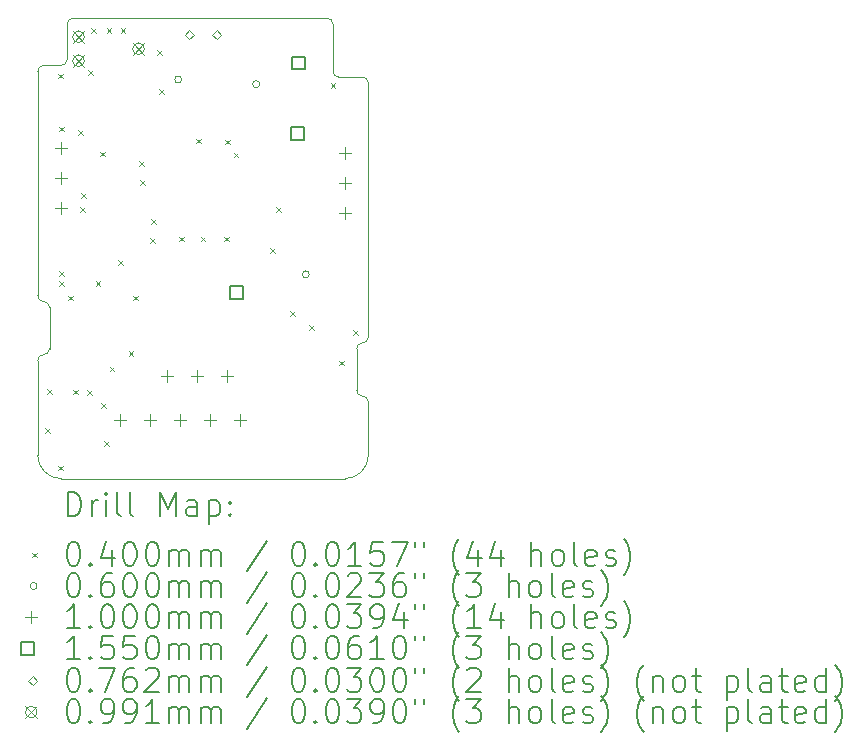
<source format=gbr>
%TF.GenerationSoftware,KiCad,Pcbnew,7.0.9-7.0.9~ubuntu23.10.1*%
%TF.CreationDate,2024-01-10T03:53:10+01:00*%
%TF.ProjectId,LED_poi,4c45445f-706f-4692-9e6b-696361645f70,A*%
%TF.SameCoordinates,Original*%
%TF.FileFunction,Drillmap*%
%TF.FilePolarity,Positive*%
%FSLAX45Y45*%
G04 Gerber Fmt 4.5, Leading zero omitted, Abs format (unit mm)*
G04 Created by KiCad (PCBNEW 7.0.9-7.0.9~ubuntu23.10.1) date 2024-01-10 03:53:10*
%MOMM*%
%LPD*%
G01*
G04 APERTURE LIST*
%ADD10C,0.100000*%
%ADD11C,0.200000*%
%ADD12C,0.155000*%
G04 APERTURE END LIST*
D10*
X10600000Y-7300000D02*
X10600000Y-5150000D01*
X7800000Y-6950000D02*
X7800000Y-5050000D01*
X8100000Y-4600000D02*
G75*
G03*
X8050000Y-4650000I0J-50000D01*
G01*
X10400000Y-8500000D02*
G75*
G03*
X10600000Y-8300000I0J200000D01*
G01*
X7800000Y-6950000D02*
G75*
G03*
X7850000Y-7000000I50000J0D01*
G01*
X10250000Y-4600000D02*
X8100000Y-4600000D01*
X10500000Y-7750000D02*
X10500000Y-7400000D01*
X10300000Y-4650000D02*
G75*
G03*
X10250000Y-4600000I-50000J0D01*
G01*
X10600000Y-5150000D02*
G75*
G03*
X10550000Y-5100000I-50000J0D01*
G01*
X8050000Y-4650000D02*
X8050000Y-4950000D01*
X7850000Y-5000000D02*
G75*
G03*
X7800000Y-5050000I0J-50000D01*
G01*
X10550000Y-7350000D02*
G75*
G03*
X10500000Y-7400000I0J-50000D01*
G01*
X7900000Y-7050000D02*
G75*
G03*
X7850000Y-7000000I-50000J0D01*
G01*
X7850000Y-7450000D02*
G75*
G03*
X7800000Y-7500000I0J-50000D01*
G01*
X8000000Y-5000000D02*
X7850000Y-5000000D01*
X10500000Y-7750000D02*
G75*
G03*
X10550000Y-7800000I50000J0D01*
G01*
X7900000Y-7400000D02*
X7900000Y-7050000D01*
X8000000Y-5000000D02*
G75*
G03*
X8050000Y-4950000I0J50000D01*
G01*
X7850000Y-7450000D02*
G75*
G03*
X7900000Y-7400000I0J50000D01*
G01*
X10550000Y-7350000D02*
G75*
G03*
X10600000Y-7300000I0J50000D01*
G01*
X10550000Y-5100000D02*
X10350000Y-5100000D01*
X8000000Y-8500000D02*
X10400000Y-8500000D01*
X10600000Y-7850000D02*
X10600000Y-8300000D01*
X7800000Y-8300000D02*
G75*
G03*
X8000000Y-8500000I200000J0D01*
G01*
X10600000Y-7850000D02*
G75*
G03*
X10550000Y-7800000I-50000J0D01*
G01*
X10300000Y-5050000D02*
X10300000Y-4650000D01*
X7800000Y-7500000D02*
X7800000Y-8300000D01*
X10300000Y-5050000D02*
G75*
G03*
X10350000Y-5100000I50000J0D01*
G01*
D11*
D10*
X7860000Y-8070000D02*
X7900000Y-8110000D01*
X7900000Y-8070000D02*
X7860000Y-8110000D01*
X7880000Y-7740000D02*
X7920000Y-7780000D01*
X7920000Y-7740000D02*
X7880000Y-7780000D01*
X7970000Y-5070000D02*
X8010000Y-5110000D01*
X8010000Y-5070000D02*
X7970000Y-5110000D01*
X7970000Y-8390000D02*
X8010000Y-8430000D01*
X8010000Y-8390000D02*
X7970000Y-8430000D01*
X7980000Y-5520000D02*
X8020000Y-5560000D01*
X8020000Y-5520000D02*
X7980000Y-5560000D01*
X7980000Y-6740000D02*
X8020000Y-6780000D01*
X8020000Y-6740000D02*
X7980000Y-6780000D01*
X7980000Y-6830000D02*
X8020000Y-6870000D01*
X8020000Y-6830000D02*
X7980000Y-6870000D01*
X8060000Y-6950000D02*
X8100000Y-6990000D01*
X8100000Y-6950000D02*
X8060000Y-6990000D01*
X8102018Y-7745261D02*
X8142018Y-7785261D01*
X8142018Y-7745261D02*
X8102018Y-7785261D01*
X8140000Y-5550000D02*
X8180000Y-5590000D01*
X8180000Y-5550000D02*
X8140000Y-5590000D01*
X8160000Y-6200000D02*
X8200000Y-6240000D01*
X8200000Y-6200000D02*
X8160000Y-6240000D01*
X8170000Y-6080000D02*
X8210000Y-6120000D01*
X8210000Y-6080000D02*
X8170000Y-6120000D01*
X8220000Y-7750000D02*
X8260000Y-7790000D01*
X8260000Y-7750000D02*
X8220000Y-7790000D01*
X8230000Y-5040000D02*
X8270000Y-5080000D01*
X8270000Y-5040000D02*
X8230000Y-5080000D01*
X8253000Y-4683500D02*
X8293000Y-4723500D01*
X8293000Y-4683500D02*
X8253000Y-4723500D01*
X8290000Y-6830000D02*
X8330000Y-6870000D01*
X8330000Y-6830000D02*
X8290000Y-6870000D01*
X8330000Y-5730000D02*
X8370000Y-5770000D01*
X8370000Y-5730000D02*
X8330000Y-5770000D01*
X8340000Y-7860000D02*
X8380000Y-7900000D01*
X8380000Y-7860000D02*
X8340000Y-7900000D01*
X8360000Y-8180000D02*
X8400000Y-8220000D01*
X8400000Y-8180000D02*
X8360000Y-8220000D01*
X8383000Y-4683500D02*
X8423000Y-4723500D01*
X8423000Y-4683500D02*
X8383000Y-4723500D01*
X8410000Y-7550000D02*
X8450000Y-7590000D01*
X8450000Y-7550000D02*
X8410000Y-7590000D01*
X8480000Y-6650000D02*
X8520000Y-6690000D01*
X8520000Y-6650000D02*
X8480000Y-6690000D01*
X8503000Y-4683500D02*
X8543000Y-4723500D01*
X8543000Y-4683500D02*
X8503000Y-4723500D01*
X8570000Y-7420000D02*
X8610000Y-7460000D01*
X8610000Y-7420000D02*
X8570000Y-7460000D01*
X8610000Y-6950000D02*
X8650000Y-6990000D01*
X8650000Y-6950000D02*
X8610000Y-6990000D01*
X8660000Y-5810000D02*
X8700000Y-5850000D01*
X8700000Y-5810000D02*
X8660000Y-5850000D01*
X8670000Y-5970000D02*
X8710000Y-6010000D01*
X8710000Y-5970000D02*
X8670000Y-6010000D01*
X8750000Y-6460000D02*
X8790000Y-6500000D01*
X8790000Y-6460000D02*
X8750000Y-6500000D01*
X8760000Y-6300000D02*
X8800000Y-6340000D01*
X8800000Y-6300000D02*
X8760000Y-6340000D01*
X8810000Y-4870000D02*
X8850000Y-4910000D01*
X8850000Y-4870000D02*
X8810000Y-4910000D01*
X8829999Y-5199999D02*
X8869999Y-5239999D01*
X8869999Y-5199999D02*
X8829999Y-5239999D01*
X9000000Y-6450000D02*
X9040000Y-6490000D01*
X9040000Y-6450000D02*
X9000000Y-6490000D01*
X9140000Y-5620000D02*
X9180000Y-5660000D01*
X9180000Y-5620000D02*
X9140000Y-5660000D01*
X9180000Y-6450000D02*
X9220000Y-6490000D01*
X9220000Y-6450000D02*
X9180000Y-6490000D01*
X9380000Y-6450000D02*
X9420000Y-6490000D01*
X9420000Y-6450000D02*
X9380000Y-6490000D01*
X9390000Y-5630000D02*
X9430000Y-5670000D01*
X9430000Y-5630000D02*
X9390000Y-5670000D01*
X9460000Y-5740000D02*
X9500000Y-5780000D01*
X9500000Y-5740000D02*
X9460000Y-5780000D01*
X9770000Y-6550000D02*
X9810000Y-6590000D01*
X9810000Y-6550000D02*
X9770000Y-6590000D01*
X9820000Y-6200000D02*
X9860000Y-6240000D01*
X9860000Y-6200000D02*
X9820000Y-6240000D01*
X9940000Y-7080000D02*
X9980000Y-7120000D01*
X9980000Y-7080000D02*
X9940000Y-7120000D01*
X10099999Y-7200000D02*
X10139999Y-7240000D01*
X10139999Y-7200000D02*
X10099999Y-7240000D01*
X10280000Y-5150000D02*
X10320000Y-5190000D01*
X10320000Y-5150000D02*
X10280000Y-5190000D01*
X10350000Y-7500000D02*
X10390000Y-7540000D01*
X10390000Y-7500000D02*
X10350000Y-7540000D01*
X10470000Y-7240000D02*
X10510000Y-7280000D01*
X10510000Y-7240000D02*
X10470000Y-7280000D01*
X9020000Y-5120000D02*
G75*
G03*
X9020000Y-5120000I-30000J0D01*
G01*
X9680000Y-5160000D02*
G75*
G03*
X9680000Y-5160000I-30000J0D01*
G01*
X10100000Y-6770000D02*
G75*
G03*
X10100000Y-6770000I-30000J0D01*
G01*
X8000000Y-5647500D02*
X8000000Y-5747500D01*
X7950000Y-5697500D02*
X8050000Y-5697500D01*
X8000000Y-5901500D02*
X8000000Y-6001500D01*
X7950000Y-5951500D02*
X8050000Y-5951500D01*
X8000000Y-6155500D02*
X8000000Y-6255500D01*
X7950000Y-6205500D02*
X8050000Y-6205500D01*
X8500000Y-7950000D02*
X8500000Y-8050000D01*
X8450000Y-8000000D02*
X8550000Y-8000000D01*
X8754000Y-7950000D02*
X8754000Y-8050000D01*
X8704000Y-8000000D02*
X8804000Y-8000000D01*
X8892000Y-7580000D02*
X8892000Y-7680000D01*
X8842000Y-7630000D02*
X8942000Y-7630000D01*
X9008000Y-7950000D02*
X9008000Y-8050000D01*
X8958000Y-8000000D02*
X9058000Y-8000000D01*
X9146000Y-7580000D02*
X9146000Y-7680000D01*
X9096000Y-7630000D02*
X9196000Y-7630000D01*
X9262000Y-7950000D02*
X9262000Y-8050000D01*
X9212000Y-8000000D02*
X9312000Y-8000000D01*
X9400000Y-7580000D02*
X9400000Y-7680000D01*
X9350000Y-7630000D02*
X9450000Y-7630000D01*
X9516000Y-7950000D02*
X9516000Y-8050000D01*
X9466000Y-8000000D02*
X9566000Y-8000000D01*
X10400000Y-5694500D02*
X10400000Y-5794500D01*
X10350000Y-5744500D02*
X10450000Y-5744500D01*
X10400000Y-5948500D02*
X10400000Y-6048500D01*
X10350000Y-5998500D02*
X10450000Y-5998500D01*
X10400000Y-6202500D02*
X10400000Y-6302500D01*
X10350000Y-6252500D02*
X10450000Y-6252500D01*
D12*
X9534801Y-6974801D02*
X9534801Y-6865199D01*
X9425199Y-6865199D01*
X9425199Y-6974801D01*
X9534801Y-6974801D01*
X10054801Y-5629801D02*
X10054801Y-5520199D01*
X9945199Y-5520199D01*
X9945199Y-5629801D01*
X10054801Y-5629801D01*
X10064801Y-5034801D02*
X10064801Y-4925199D01*
X9955199Y-4925199D01*
X9955199Y-5034801D01*
X10064801Y-5034801D01*
D10*
X9085000Y-4778100D02*
X9123100Y-4740000D01*
X9085000Y-4701900D01*
X9046900Y-4740000D01*
X9085000Y-4778100D01*
X9315000Y-4778100D02*
X9353100Y-4740000D01*
X9315000Y-4701900D01*
X9276900Y-4740000D01*
X9315000Y-4778100D01*
X8096470Y-4708870D02*
X8195530Y-4807930D01*
X8195530Y-4708870D02*
X8096470Y-4807930D01*
X8195530Y-4758400D02*
G75*
G03*
X8195530Y-4758400I-49530J0D01*
G01*
X8096470Y-4912070D02*
X8195530Y-5011130D01*
X8195530Y-4912070D02*
X8096470Y-5011130D01*
X8195530Y-4961600D02*
G75*
G03*
X8195530Y-4961600I-49530J0D01*
G01*
X8604470Y-4810470D02*
X8703530Y-4909530D01*
X8703530Y-4810470D02*
X8604470Y-4909530D01*
X8703530Y-4860000D02*
G75*
G03*
X8703530Y-4860000I-49530J0D01*
G01*
D11*
X8055777Y-8816484D02*
X8055777Y-8616484D01*
X8055777Y-8616484D02*
X8103396Y-8616484D01*
X8103396Y-8616484D02*
X8131967Y-8626008D01*
X8131967Y-8626008D02*
X8151015Y-8645055D01*
X8151015Y-8645055D02*
X8160539Y-8664103D01*
X8160539Y-8664103D02*
X8170062Y-8702198D01*
X8170062Y-8702198D02*
X8170062Y-8730770D01*
X8170062Y-8730770D02*
X8160539Y-8768865D01*
X8160539Y-8768865D02*
X8151015Y-8787912D01*
X8151015Y-8787912D02*
X8131967Y-8806960D01*
X8131967Y-8806960D02*
X8103396Y-8816484D01*
X8103396Y-8816484D02*
X8055777Y-8816484D01*
X8255777Y-8816484D02*
X8255777Y-8683150D01*
X8255777Y-8721246D02*
X8265301Y-8702198D01*
X8265301Y-8702198D02*
X8274824Y-8692674D01*
X8274824Y-8692674D02*
X8293872Y-8683150D01*
X8293872Y-8683150D02*
X8312920Y-8683150D01*
X8379586Y-8816484D02*
X8379586Y-8683150D01*
X8379586Y-8616484D02*
X8370062Y-8626008D01*
X8370062Y-8626008D02*
X8379586Y-8635531D01*
X8379586Y-8635531D02*
X8389110Y-8626008D01*
X8389110Y-8626008D02*
X8379586Y-8616484D01*
X8379586Y-8616484D02*
X8379586Y-8635531D01*
X8503396Y-8816484D02*
X8484348Y-8806960D01*
X8484348Y-8806960D02*
X8474824Y-8787912D01*
X8474824Y-8787912D02*
X8474824Y-8616484D01*
X8608158Y-8816484D02*
X8589110Y-8806960D01*
X8589110Y-8806960D02*
X8579586Y-8787912D01*
X8579586Y-8787912D02*
X8579586Y-8616484D01*
X8836729Y-8816484D02*
X8836729Y-8616484D01*
X8836729Y-8616484D02*
X8903396Y-8759341D01*
X8903396Y-8759341D02*
X8970063Y-8616484D01*
X8970063Y-8616484D02*
X8970063Y-8816484D01*
X9151015Y-8816484D02*
X9151015Y-8711722D01*
X9151015Y-8711722D02*
X9141491Y-8692674D01*
X9141491Y-8692674D02*
X9122444Y-8683150D01*
X9122444Y-8683150D02*
X9084348Y-8683150D01*
X9084348Y-8683150D02*
X9065301Y-8692674D01*
X9151015Y-8806960D02*
X9131967Y-8816484D01*
X9131967Y-8816484D02*
X9084348Y-8816484D01*
X9084348Y-8816484D02*
X9065301Y-8806960D01*
X9065301Y-8806960D02*
X9055777Y-8787912D01*
X9055777Y-8787912D02*
X9055777Y-8768865D01*
X9055777Y-8768865D02*
X9065301Y-8749817D01*
X9065301Y-8749817D02*
X9084348Y-8740293D01*
X9084348Y-8740293D02*
X9131967Y-8740293D01*
X9131967Y-8740293D02*
X9151015Y-8730770D01*
X9246253Y-8683150D02*
X9246253Y-8883150D01*
X9246253Y-8692674D02*
X9265301Y-8683150D01*
X9265301Y-8683150D02*
X9303396Y-8683150D01*
X9303396Y-8683150D02*
X9322444Y-8692674D01*
X9322444Y-8692674D02*
X9331967Y-8702198D01*
X9331967Y-8702198D02*
X9341491Y-8721246D01*
X9341491Y-8721246D02*
X9341491Y-8778389D01*
X9341491Y-8778389D02*
X9331967Y-8797436D01*
X9331967Y-8797436D02*
X9322444Y-8806960D01*
X9322444Y-8806960D02*
X9303396Y-8816484D01*
X9303396Y-8816484D02*
X9265301Y-8816484D01*
X9265301Y-8816484D02*
X9246253Y-8806960D01*
X9427205Y-8797436D02*
X9436729Y-8806960D01*
X9436729Y-8806960D02*
X9427205Y-8816484D01*
X9427205Y-8816484D02*
X9417682Y-8806960D01*
X9417682Y-8806960D02*
X9427205Y-8797436D01*
X9427205Y-8797436D02*
X9427205Y-8816484D01*
X9427205Y-8692674D02*
X9436729Y-8702198D01*
X9436729Y-8702198D02*
X9427205Y-8711722D01*
X9427205Y-8711722D02*
X9417682Y-8702198D01*
X9417682Y-8702198D02*
X9427205Y-8692674D01*
X9427205Y-8692674D02*
X9427205Y-8711722D01*
D10*
X7755000Y-9125000D02*
X7795000Y-9165000D01*
X7795000Y-9125000D02*
X7755000Y-9165000D01*
D11*
X8093872Y-9036484D02*
X8112920Y-9036484D01*
X8112920Y-9036484D02*
X8131967Y-9046008D01*
X8131967Y-9046008D02*
X8141491Y-9055531D01*
X8141491Y-9055531D02*
X8151015Y-9074579D01*
X8151015Y-9074579D02*
X8160539Y-9112674D01*
X8160539Y-9112674D02*
X8160539Y-9160293D01*
X8160539Y-9160293D02*
X8151015Y-9198389D01*
X8151015Y-9198389D02*
X8141491Y-9217436D01*
X8141491Y-9217436D02*
X8131967Y-9226960D01*
X8131967Y-9226960D02*
X8112920Y-9236484D01*
X8112920Y-9236484D02*
X8093872Y-9236484D01*
X8093872Y-9236484D02*
X8074824Y-9226960D01*
X8074824Y-9226960D02*
X8065301Y-9217436D01*
X8065301Y-9217436D02*
X8055777Y-9198389D01*
X8055777Y-9198389D02*
X8046253Y-9160293D01*
X8046253Y-9160293D02*
X8046253Y-9112674D01*
X8046253Y-9112674D02*
X8055777Y-9074579D01*
X8055777Y-9074579D02*
X8065301Y-9055531D01*
X8065301Y-9055531D02*
X8074824Y-9046008D01*
X8074824Y-9046008D02*
X8093872Y-9036484D01*
X8246253Y-9217436D02*
X8255777Y-9226960D01*
X8255777Y-9226960D02*
X8246253Y-9236484D01*
X8246253Y-9236484D02*
X8236729Y-9226960D01*
X8236729Y-9226960D02*
X8246253Y-9217436D01*
X8246253Y-9217436D02*
X8246253Y-9236484D01*
X8427205Y-9103150D02*
X8427205Y-9236484D01*
X8379586Y-9026960D02*
X8331967Y-9169817D01*
X8331967Y-9169817D02*
X8455777Y-9169817D01*
X8570063Y-9036484D02*
X8589110Y-9036484D01*
X8589110Y-9036484D02*
X8608158Y-9046008D01*
X8608158Y-9046008D02*
X8617682Y-9055531D01*
X8617682Y-9055531D02*
X8627205Y-9074579D01*
X8627205Y-9074579D02*
X8636729Y-9112674D01*
X8636729Y-9112674D02*
X8636729Y-9160293D01*
X8636729Y-9160293D02*
X8627205Y-9198389D01*
X8627205Y-9198389D02*
X8617682Y-9217436D01*
X8617682Y-9217436D02*
X8608158Y-9226960D01*
X8608158Y-9226960D02*
X8589110Y-9236484D01*
X8589110Y-9236484D02*
X8570063Y-9236484D01*
X8570063Y-9236484D02*
X8551015Y-9226960D01*
X8551015Y-9226960D02*
X8541491Y-9217436D01*
X8541491Y-9217436D02*
X8531967Y-9198389D01*
X8531967Y-9198389D02*
X8522444Y-9160293D01*
X8522444Y-9160293D02*
X8522444Y-9112674D01*
X8522444Y-9112674D02*
X8531967Y-9074579D01*
X8531967Y-9074579D02*
X8541491Y-9055531D01*
X8541491Y-9055531D02*
X8551015Y-9046008D01*
X8551015Y-9046008D02*
X8570063Y-9036484D01*
X8760539Y-9036484D02*
X8779586Y-9036484D01*
X8779586Y-9036484D02*
X8798634Y-9046008D01*
X8798634Y-9046008D02*
X8808158Y-9055531D01*
X8808158Y-9055531D02*
X8817682Y-9074579D01*
X8817682Y-9074579D02*
X8827205Y-9112674D01*
X8827205Y-9112674D02*
X8827205Y-9160293D01*
X8827205Y-9160293D02*
X8817682Y-9198389D01*
X8817682Y-9198389D02*
X8808158Y-9217436D01*
X8808158Y-9217436D02*
X8798634Y-9226960D01*
X8798634Y-9226960D02*
X8779586Y-9236484D01*
X8779586Y-9236484D02*
X8760539Y-9236484D01*
X8760539Y-9236484D02*
X8741491Y-9226960D01*
X8741491Y-9226960D02*
X8731967Y-9217436D01*
X8731967Y-9217436D02*
X8722444Y-9198389D01*
X8722444Y-9198389D02*
X8712920Y-9160293D01*
X8712920Y-9160293D02*
X8712920Y-9112674D01*
X8712920Y-9112674D02*
X8722444Y-9074579D01*
X8722444Y-9074579D02*
X8731967Y-9055531D01*
X8731967Y-9055531D02*
X8741491Y-9046008D01*
X8741491Y-9046008D02*
X8760539Y-9036484D01*
X8912920Y-9236484D02*
X8912920Y-9103150D01*
X8912920Y-9122198D02*
X8922444Y-9112674D01*
X8922444Y-9112674D02*
X8941491Y-9103150D01*
X8941491Y-9103150D02*
X8970063Y-9103150D01*
X8970063Y-9103150D02*
X8989110Y-9112674D01*
X8989110Y-9112674D02*
X8998634Y-9131722D01*
X8998634Y-9131722D02*
X8998634Y-9236484D01*
X8998634Y-9131722D02*
X9008158Y-9112674D01*
X9008158Y-9112674D02*
X9027205Y-9103150D01*
X9027205Y-9103150D02*
X9055777Y-9103150D01*
X9055777Y-9103150D02*
X9074825Y-9112674D01*
X9074825Y-9112674D02*
X9084348Y-9131722D01*
X9084348Y-9131722D02*
X9084348Y-9236484D01*
X9179586Y-9236484D02*
X9179586Y-9103150D01*
X9179586Y-9122198D02*
X9189110Y-9112674D01*
X9189110Y-9112674D02*
X9208158Y-9103150D01*
X9208158Y-9103150D02*
X9236729Y-9103150D01*
X9236729Y-9103150D02*
X9255777Y-9112674D01*
X9255777Y-9112674D02*
X9265301Y-9131722D01*
X9265301Y-9131722D02*
X9265301Y-9236484D01*
X9265301Y-9131722D02*
X9274825Y-9112674D01*
X9274825Y-9112674D02*
X9293872Y-9103150D01*
X9293872Y-9103150D02*
X9322444Y-9103150D01*
X9322444Y-9103150D02*
X9341491Y-9112674D01*
X9341491Y-9112674D02*
X9351015Y-9131722D01*
X9351015Y-9131722D02*
X9351015Y-9236484D01*
X9741491Y-9026960D02*
X9570063Y-9284103D01*
X9998634Y-9036484D02*
X10017682Y-9036484D01*
X10017682Y-9036484D02*
X10036729Y-9046008D01*
X10036729Y-9046008D02*
X10046253Y-9055531D01*
X10046253Y-9055531D02*
X10055777Y-9074579D01*
X10055777Y-9074579D02*
X10065301Y-9112674D01*
X10065301Y-9112674D02*
X10065301Y-9160293D01*
X10065301Y-9160293D02*
X10055777Y-9198389D01*
X10055777Y-9198389D02*
X10046253Y-9217436D01*
X10046253Y-9217436D02*
X10036729Y-9226960D01*
X10036729Y-9226960D02*
X10017682Y-9236484D01*
X10017682Y-9236484D02*
X9998634Y-9236484D01*
X9998634Y-9236484D02*
X9979587Y-9226960D01*
X9979587Y-9226960D02*
X9970063Y-9217436D01*
X9970063Y-9217436D02*
X9960539Y-9198389D01*
X9960539Y-9198389D02*
X9951015Y-9160293D01*
X9951015Y-9160293D02*
X9951015Y-9112674D01*
X9951015Y-9112674D02*
X9960539Y-9074579D01*
X9960539Y-9074579D02*
X9970063Y-9055531D01*
X9970063Y-9055531D02*
X9979587Y-9046008D01*
X9979587Y-9046008D02*
X9998634Y-9036484D01*
X10151015Y-9217436D02*
X10160539Y-9226960D01*
X10160539Y-9226960D02*
X10151015Y-9236484D01*
X10151015Y-9236484D02*
X10141491Y-9226960D01*
X10141491Y-9226960D02*
X10151015Y-9217436D01*
X10151015Y-9217436D02*
X10151015Y-9236484D01*
X10284348Y-9036484D02*
X10303396Y-9036484D01*
X10303396Y-9036484D02*
X10322444Y-9046008D01*
X10322444Y-9046008D02*
X10331968Y-9055531D01*
X10331968Y-9055531D02*
X10341491Y-9074579D01*
X10341491Y-9074579D02*
X10351015Y-9112674D01*
X10351015Y-9112674D02*
X10351015Y-9160293D01*
X10351015Y-9160293D02*
X10341491Y-9198389D01*
X10341491Y-9198389D02*
X10331968Y-9217436D01*
X10331968Y-9217436D02*
X10322444Y-9226960D01*
X10322444Y-9226960D02*
X10303396Y-9236484D01*
X10303396Y-9236484D02*
X10284348Y-9236484D01*
X10284348Y-9236484D02*
X10265301Y-9226960D01*
X10265301Y-9226960D02*
X10255777Y-9217436D01*
X10255777Y-9217436D02*
X10246253Y-9198389D01*
X10246253Y-9198389D02*
X10236729Y-9160293D01*
X10236729Y-9160293D02*
X10236729Y-9112674D01*
X10236729Y-9112674D02*
X10246253Y-9074579D01*
X10246253Y-9074579D02*
X10255777Y-9055531D01*
X10255777Y-9055531D02*
X10265301Y-9046008D01*
X10265301Y-9046008D02*
X10284348Y-9036484D01*
X10541491Y-9236484D02*
X10427206Y-9236484D01*
X10484348Y-9236484D02*
X10484348Y-9036484D01*
X10484348Y-9036484D02*
X10465301Y-9065055D01*
X10465301Y-9065055D02*
X10446253Y-9084103D01*
X10446253Y-9084103D02*
X10427206Y-9093627D01*
X10722444Y-9036484D02*
X10627206Y-9036484D01*
X10627206Y-9036484D02*
X10617682Y-9131722D01*
X10617682Y-9131722D02*
X10627206Y-9122198D01*
X10627206Y-9122198D02*
X10646253Y-9112674D01*
X10646253Y-9112674D02*
X10693872Y-9112674D01*
X10693872Y-9112674D02*
X10712920Y-9122198D01*
X10712920Y-9122198D02*
X10722444Y-9131722D01*
X10722444Y-9131722D02*
X10731968Y-9150770D01*
X10731968Y-9150770D02*
X10731968Y-9198389D01*
X10731968Y-9198389D02*
X10722444Y-9217436D01*
X10722444Y-9217436D02*
X10712920Y-9226960D01*
X10712920Y-9226960D02*
X10693872Y-9236484D01*
X10693872Y-9236484D02*
X10646253Y-9236484D01*
X10646253Y-9236484D02*
X10627206Y-9226960D01*
X10627206Y-9226960D02*
X10617682Y-9217436D01*
X10798634Y-9036484D02*
X10931968Y-9036484D01*
X10931968Y-9036484D02*
X10846253Y-9236484D01*
X10998634Y-9036484D02*
X10998634Y-9074579D01*
X11074825Y-9036484D02*
X11074825Y-9074579D01*
X11370063Y-9312674D02*
X11360539Y-9303150D01*
X11360539Y-9303150D02*
X11341491Y-9274579D01*
X11341491Y-9274579D02*
X11331968Y-9255531D01*
X11331968Y-9255531D02*
X11322444Y-9226960D01*
X11322444Y-9226960D02*
X11312920Y-9179341D01*
X11312920Y-9179341D02*
X11312920Y-9141246D01*
X11312920Y-9141246D02*
X11322444Y-9093627D01*
X11322444Y-9093627D02*
X11331968Y-9065055D01*
X11331968Y-9065055D02*
X11341491Y-9046008D01*
X11341491Y-9046008D02*
X11360539Y-9017436D01*
X11360539Y-9017436D02*
X11370063Y-9007912D01*
X11531968Y-9103150D02*
X11531968Y-9236484D01*
X11484348Y-9026960D02*
X11436729Y-9169817D01*
X11436729Y-9169817D02*
X11560539Y-9169817D01*
X11722444Y-9103150D02*
X11722444Y-9236484D01*
X11674825Y-9026960D02*
X11627206Y-9169817D01*
X11627206Y-9169817D02*
X11751015Y-9169817D01*
X11979587Y-9236484D02*
X11979587Y-9036484D01*
X12065301Y-9236484D02*
X12065301Y-9131722D01*
X12065301Y-9131722D02*
X12055777Y-9112674D01*
X12055777Y-9112674D02*
X12036730Y-9103150D01*
X12036730Y-9103150D02*
X12008158Y-9103150D01*
X12008158Y-9103150D02*
X11989110Y-9112674D01*
X11989110Y-9112674D02*
X11979587Y-9122198D01*
X12189110Y-9236484D02*
X12170063Y-9226960D01*
X12170063Y-9226960D02*
X12160539Y-9217436D01*
X12160539Y-9217436D02*
X12151015Y-9198389D01*
X12151015Y-9198389D02*
X12151015Y-9141246D01*
X12151015Y-9141246D02*
X12160539Y-9122198D01*
X12160539Y-9122198D02*
X12170063Y-9112674D01*
X12170063Y-9112674D02*
X12189110Y-9103150D01*
X12189110Y-9103150D02*
X12217682Y-9103150D01*
X12217682Y-9103150D02*
X12236730Y-9112674D01*
X12236730Y-9112674D02*
X12246253Y-9122198D01*
X12246253Y-9122198D02*
X12255777Y-9141246D01*
X12255777Y-9141246D02*
X12255777Y-9198389D01*
X12255777Y-9198389D02*
X12246253Y-9217436D01*
X12246253Y-9217436D02*
X12236730Y-9226960D01*
X12236730Y-9226960D02*
X12217682Y-9236484D01*
X12217682Y-9236484D02*
X12189110Y-9236484D01*
X12370063Y-9236484D02*
X12351015Y-9226960D01*
X12351015Y-9226960D02*
X12341491Y-9207912D01*
X12341491Y-9207912D02*
X12341491Y-9036484D01*
X12522444Y-9226960D02*
X12503396Y-9236484D01*
X12503396Y-9236484D02*
X12465301Y-9236484D01*
X12465301Y-9236484D02*
X12446253Y-9226960D01*
X12446253Y-9226960D02*
X12436730Y-9207912D01*
X12436730Y-9207912D02*
X12436730Y-9131722D01*
X12436730Y-9131722D02*
X12446253Y-9112674D01*
X12446253Y-9112674D02*
X12465301Y-9103150D01*
X12465301Y-9103150D02*
X12503396Y-9103150D01*
X12503396Y-9103150D02*
X12522444Y-9112674D01*
X12522444Y-9112674D02*
X12531968Y-9131722D01*
X12531968Y-9131722D02*
X12531968Y-9150770D01*
X12531968Y-9150770D02*
X12436730Y-9169817D01*
X12608158Y-9226960D02*
X12627206Y-9236484D01*
X12627206Y-9236484D02*
X12665301Y-9236484D01*
X12665301Y-9236484D02*
X12684349Y-9226960D01*
X12684349Y-9226960D02*
X12693872Y-9207912D01*
X12693872Y-9207912D02*
X12693872Y-9198389D01*
X12693872Y-9198389D02*
X12684349Y-9179341D01*
X12684349Y-9179341D02*
X12665301Y-9169817D01*
X12665301Y-9169817D02*
X12636730Y-9169817D01*
X12636730Y-9169817D02*
X12617682Y-9160293D01*
X12617682Y-9160293D02*
X12608158Y-9141246D01*
X12608158Y-9141246D02*
X12608158Y-9131722D01*
X12608158Y-9131722D02*
X12617682Y-9112674D01*
X12617682Y-9112674D02*
X12636730Y-9103150D01*
X12636730Y-9103150D02*
X12665301Y-9103150D01*
X12665301Y-9103150D02*
X12684349Y-9112674D01*
X12760539Y-9312674D02*
X12770063Y-9303150D01*
X12770063Y-9303150D02*
X12789111Y-9274579D01*
X12789111Y-9274579D02*
X12798634Y-9255531D01*
X12798634Y-9255531D02*
X12808158Y-9226960D01*
X12808158Y-9226960D02*
X12817682Y-9179341D01*
X12817682Y-9179341D02*
X12817682Y-9141246D01*
X12817682Y-9141246D02*
X12808158Y-9093627D01*
X12808158Y-9093627D02*
X12798634Y-9065055D01*
X12798634Y-9065055D02*
X12789111Y-9046008D01*
X12789111Y-9046008D02*
X12770063Y-9017436D01*
X12770063Y-9017436D02*
X12760539Y-9007912D01*
D10*
X7795000Y-9409000D02*
G75*
G03*
X7795000Y-9409000I-30000J0D01*
G01*
D11*
X8093872Y-9300484D02*
X8112920Y-9300484D01*
X8112920Y-9300484D02*
X8131967Y-9310008D01*
X8131967Y-9310008D02*
X8141491Y-9319531D01*
X8141491Y-9319531D02*
X8151015Y-9338579D01*
X8151015Y-9338579D02*
X8160539Y-9376674D01*
X8160539Y-9376674D02*
X8160539Y-9424293D01*
X8160539Y-9424293D02*
X8151015Y-9462389D01*
X8151015Y-9462389D02*
X8141491Y-9481436D01*
X8141491Y-9481436D02*
X8131967Y-9490960D01*
X8131967Y-9490960D02*
X8112920Y-9500484D01*
X8112920Y-9500484D02*
X8093872Y-9500484D01*
X8093872Y-9500484D02*
X8074824Y-9490960D01*
X8074824Y-9490960D02*
X8065301Y-9481436D01*
X8065301Y-9481436D02*
X8055777Y-9462389D01*
X8055777Y-9462389D02*
X8046253Y-9424293D01*
X8046253Y-9424293D02*
X8046253Y-9376674D01*
X8046253Y-9376674D02*
X8055777Y-9338579D01*
X8055777Y-9338579D02*
X8065301Y-9319531D01*
X8065301Y-9319531D02*
X8074824Y-9310008D01*
X8074824Y-9310008D02*
X8093872Y-9300484D01*
X8246253Y-9481436D02*
X8255777Y-9490960D01*
X8255777Y-9490960D02*
X8246253Y-9500484D01*
X8246253Y-9500484D02*
X8236729Y-9490960D01*
X8236729Y-9490960D02*
X8246253Y-9481436D01*
X8246253Y-9481436D02*
X8246253Y-9500484D01*
X8427205Y-9300484D02*
X8389110Y-9300484D01*
X8389110Y-9300484D02*
X8370062Y-9310008D01*
X8370062Y-9310008D02*
X8360539Y-9319531D01*
X8360539Y-9319531D02*
X8341491Y-9348103D01*
X8341491Y-9348103D02*
X8331967Y-9386198D01*
X8331967Y-9386198D02*
X8331967Y-9462389D01*
X8331967Y-9462389D02*
X8341491Y-9481436D01*
X8341491Y-9481436D02*
X8351015Y-9490960D01*
X8351015Y-9490960D02*
X8370062Y-9500484D01*
X8370062Y-9500484D02*
X8408158Y-9500484D01*
X8408158Y-9500484D02*
X8427205Y-9490960D01*
X8427205Y-9490960D02*
X8436729Y-9481436D01*
X8436729Y-9481436D02*
X8446253Y-9462389D01*
X8446253Y-9462389D02*
X8446253Y-9414770D01*
X8446253Y-9414770D02*
X8436729Y-9395722D01*
X8436729Y-9395722D02*
X8427205Y-9386198D01*
X8427205Y-9386198D02*
X8408158Y-9376674D01*
X8408158Y-9376674D02*
X8370062Y-9376674D01*
X8370062Y-9376674D02*
X8351015Y-9386198D01*
X8351015Y-9386198D02*
X8341491Y-9395722D01*
X8341491Y-9395722D02*
X8331967Y-9414770D01*
X8570063Y-9300484D02*
X8589110Y-9300484D01*
X8589110Y-9300484D02*
X8608158Y-9310008D01*
X8608158Y-9310008D02*
X8617682Y-9319531D01*
X8617682Y-9319531D02*
X8627205Y-9338579D01*
X8627205Y-9338579D02*
X8636729Y-9376674D01*
X8636729Y-9376674D02*
X8636729Y-9424293D01*
X8636729Y-9424293D02*
X8627205Y-9462389D01*
X8627205Y-9462389D02*
X8617682Y-9481436D01*
X8617682Y-9481436D02*
X8608158Y-9490960D01*
X8608158Y-9490960D02*
X8589110Y-9500484D01*
X8589110Y-9500484D02*
X8570063Y-9500484D01*
X8570063Y-9500484D02*
X8551015Y-9490960D01*
X8551015Y-9490960D02*
X8541491Y-9481436D01*
X8541491Y-9481436D02*
X8531967Y-9462389D01*
X8531967Y-9462389D02*
X8522444Y-9424293D01*
X8522444Y-9424293D02*
X8522444Y-9376674D01*
X8522444Y-9376674D02*
X8531967Y-9338579D01*
X8531967Y-9338579D02*
X8541491Y-9319531D01*
X8541491Y-9319531D02*
X8551015Y-9310008D01*
X8551015Y-9310008D02*
X8570063Y-9300484D01*
X8760539Y-9300484D02*
X8779586Y-9300484D01*
X8779586Y-9300484D02*
X8798634Y-9310008D01*
X8798634Y-9310008D02*
X8808158Y-9319531D01*
X8808158Y-9319531D02*
X8817682Y-9338579D01*
X8817682Y-9338579D02*
X8827205Y-9376674D01*
X8827205Y-9376674D02*
X8827205Y-9424293D01*
X8827205Y-9424293D02*
X8817682Y-9462389D01*
X8817682Y-9462389D02*
X8808158Y-9481436D01*
X8808158Y-9481436D02*
X8798634Y-9490960D01*
X8798634Y-9490960D02*
X8779586Y-9500484D01*
X8779586Y-9500484D02*
X8760539Y-9500484D01*
X8760539Y-9500484D02*
X8741491Y-9490960D01*
X8741491Y-9490960D02*
X8731967Y-9481436D01*
X8731967Y-9481436D02*
X8722444Y-9462389D01*
X8722444Y-9462389D02*
X8712920Y-9424293D01*
X8712920Y-9424293D02*
X8712920Y-9376674D01*
X8712920Y-9376674D02*
X8722444Y-9338579D01*
X8722444Y-9338579D02*
X8731967Y-9319531D01*
X8731967Y-9319531D02*
X8741491Y-9310008D01*
X8741491Y-9310008D02*
X8760539Y-9300484D01*
X8912920Y-9500484D02*
X8912920Y-9367150D01*
X8912920Y-9386198D02*
X8922444Y-9376674D01*
X8922444Y-9376674D02*
X8941491Y-9367150D01*
X8941491Y-9367150D02*
X8970063Y-9367150D01*
X8970063Y-9367150D02*
X8989110Y-9376674D01*
X8989110Y-9376674D02*
X8998634Y-9395722D01*
X8998634Y-9395722D02*
X8998634Y-9500484D01*
X8998634Y-9395722D02*
X9008158Y-9376674D01*
X9008158Y-9376674D02*
X9027205Y-9367150D01*
X9027205Y-9367150D02*
X9055777Y-9367150D01*
X9055777Y-9367150D02*
X9074825Y-9376674D01*
X9074825Y-9376674D02*
X9084348Y-9395722D01*
X9084348Y-9395722D02*
X9084348Y-9500484D01*
X9179586Y-9500484D02*
X9179586Y-9367150D01*
X9179586Y-9386198D02*
X9189110Y-9376674D01*
X9189110Y-9376674D02*
X9208158Y-9367150D01*
X9208158Y-9367150D02*
X9236729Y-9367150D01*
X9236729Y-9367150D02*
X9255777Y-9376674D01*
X9255777Y-9376674D02*
X9265301Y-9395722D01*
X9265301Y-9395722D02*
X9265301Y-9500484D01*
X9265301Y-9395722D02*
X9274825Y-9376674D01*
X9274825Y-9376674D02*
X9293872Y-9367150D01*
X9293872Y-9367150D02*
X9322444Y-9367150D01*
X9322444Y-9367150D02*
X9341491Y-9376674D01*
X9341491Y-9376674D02*
X9351015Y-9395722D01*
X9351015Y-9395722D02*
X9351015Y-9500484D01*
X9741491Y-9290960D02*
X9570063Y-9548103D01*
X9998634Y-9300484D02*
X10017682Y-9300484D01*
X10017682Y-9300484D02*
X10036729Y-9310008D01*
X10036729Y-9310008D02*
X10046253Y-9319531D01*
X10046253Y-9319531D02*
X10055777Y-9338579D01*
X10055777Y-9338579D02*
X10065301Y-9376674D01*
X10065301Y-9376674D02*
X10065301Y-9424293D01*
X10065301Y-9424293D02*
X10055777Y-9462389D01*
X10055777Y-9462389D02*
X10046253Y-9481436D01*
X10046253Y-9481436D02*
X10036729Y-9490960D01*
X10036729Y-9490960D02*
X10017682Y-9500484D01*
X10017682Y-9500484D02*
X9998634Y-9500484D01*
X9998634Y-9500484D02*
X9979587Y-9490960D01*
X9979587Y-9490960D02*
X9970063Y-9481436D01*
X9970063Y-9481436D02*
X9960539Y-9462389D01*
X9960539Y-9462389D02*
X9951015Y-9424293D01*
X9951015Y-9424293D02*
X9951015Y-9376674D01*
X9951015Y-9376674D02*
X9960539Y-9338579D01*
X9960539Y-9338579D02*
X9970063Y-9319531D01*
X9970063Y-9319531D02*
X9979587Y-9310008D01*
X9979587Y-9310008D02*
X9998634Y-9300484D01*
X10151015Y-9481436D02*
X10160539Y-9490960D01*
X10160539Y-9490960D02*
X10151015Y-9500484D01*
X10151015Y-9500484D02*
X10141491Y-9490960D01*
X10141491Y-9490960D02*
X10151015Y-9481436D01*
X10151015Y-9481436D02*
X10151015Y-9500484D01*
X10284348Y-9300484D02*
X10303396Y-9300484D01*
X10303396Y-9300484D02*
X10322444Y-9310008D01*
X10322444Y-9310008D02*
X10331968Y-9319531D01*
X10331968Y-9319531D02*
X10341491Y-9338579D01*
X10341491Y-9338579D02*
X10351015Y-9376674D01*
X10351015Y-9376674D02*
X10351015Y-9424293D01*
X10351015Y-9424293D02*
X10341491Y-9462389D01*
X10341491Y-9462389D02*
X10331968Y-9481436D01*
X10331968Y-9481436D02*
X10322444Y-9490960D01*
X10322444Y-9490960D02*
X10303396Y-9500484D01*
X10303396Y-9500484D02*
X10284348Y-9500484D01*
X10284348Y-9500484D02*
X10265301Y-9490960D01*
X10265301Y-9490960D02*
X10255777Y-9481436D01*
X10255777Y-9481436D02*
X10246253Y-9462389D01*
X10246253Y-9462389D02*
X10236729Y-9424293D01*
X10236729Y-9424293D02*
X10236729Y-9376674D01*
X10236729Y-9376674D02*
X10246253Y-9338579D01*
X10246253Y-9338579D02*
X10255777Y-9319531D01*
X10255777Y-9319531D02*
X10265301Y-9310008D01*
X10265301Y-9310008D02*
X10284348Y-9300484D01*
X10427206Y-9319531D02*
X10436729Y-9310008D01*
X10436729Y-9310008D02*
X10455777Y-9300484D01*
X10455777Y-9300484D02*
X10503396Y-9300484D01*
X10503396Y-9300484D02*
X10522444Y-9310008D01*
X10522444Y-9310008D02*
X10531968Y-9319531D01*
X10531968Y-9319531D02*
X10541491Y-9338579D01*
X10541491Y-9338579D02*
X10541491Y-9357627D01*
X10541491Y-9357627D02*
X10531968Y-9386198D01*
X10531968Y-9386198D02*
X10417682Y-9500484D01*
X10417682Y-9500484D02*
X10541491Y-9500484D01*
X10608158Y-9300484D02*
X10731968Y-9300484D01*
X10731968Y-9300484D02*
X10665301Y-9376674D01*
X10665301Y-9376674D02*
X10693872Y-9376674D01*
X10693872Y-9376674D02*
X10712920Y-9386198D01*
X10712920Y-9386198D02*
X10722444Y-9395722D01*
X10722444Y-9395722D02*
X10731968Y-9414770D01*
X10731968Y-9414770D02*
X10731968Y-9462389D01*
X10731968Y-9462389D02*
X10722444Y-9481436D01*
X10722444Y-9481436D02*
X10712920Y-9490960D01*
X10712920Y-9490960D02*
X10693872Y-9500484D01*
X10693872Y-9500484D02*
X10636729Y-9500484D01*
X10636729Y-9500484D02*
X10617682Y-9490960D01*
X10617682Y-9490960D02*
X10608158Y-9481436D01*
X10903396Y-9300484D02*
X10865301Y-9300484D01*
X10865301Y-9300484D02*
X10846253Y-9310008D01*
X10846253Y-9310008D02*
X10836729Y-9319531D01*
X10836729Y-9319531D02*
X10817682Y-9348103D01*
X10817682Y-9348103D02*
X10808158Y-9386198D01*
X10808158Y-9386198D02*
X10808158Y-9462389D01*
X10808158Y-9462389D02*
X10817682Y-9481436D01*
X10817682Y-9481436D02*
X10827206Y-9490960D01*
X10827206Y-9490960D02*
X10846253Y-9500484D01*
X10846253Y-9500484D02*
X10884349Y-9500484D01*
X10884349Y-9500484D02*
X10903396Y-9490960D01*
X10903396Y-9490960D02*
X10912920Y-9481436D01*
X10912920Y-9481436D02*
X10922444Y-9462389D01*
X10922444Y-9462389D02*
X10922444Y-9414770D01*
X10922444Y-9414770D02*
X10912920Y-9395722D01*
X10912920Y-9395722D02*
X10903396Y-9386198D01*
X10903396Y-9386198D02*
X10884349Y-9376674D01*
X10884349Y-9376674D02*
X10846253Y-9376674D01*
X10846253Y-9376674D02*
X10827206Y-9386198D01*
X10827206Y-9386198D02*
X10817682Y-9395722D01*
X10817682Y-9395722D02*
X10808158Y-9414770D01*
X10998634Y-9300484D02*
X10998634Y-9338579D01*
X11074825Y-9300484D02*
X11074825Y-9338579D01*
X11370063Y-9576674D02*
X11360539Y-9567150D01*
X11360539Y-9567150D02*
X11341491Y-9538579D01*
X11341491Y-9538579D02*
X11331968Y-9519531D01*
X11331968Y-9519531D02*
X11322444Y-9490960D01*
X11322444Y-9490960D02*
X11312920Y-9443341D01*
X11312920Y-9443341D02*
X11312920Y-9405246D01*
X11312920Y-9405246D02*
X11322444Y-9357627D01*
X11322444Y-9357627D02*
X11331968Y-9329055D01*
X11331968Y-9329055D02*
X11341491Y-9310008D01*
X11341491Y-9310008D02*
X11360539Y-9281436D01*
X11360539Y-9281436D02*
X11370063Y-9271912D01*
X11427206Y-9300484D02*
X11551015Y-9300484D01*
X11551015Y-9300484D02*
X11484348Y-9376674D01*
X11484348Y-9376674D02*
X11512920Y-9376674D01*
X11512920Y-9376674D02*
X11531968Y-9386198D01*
X11531968Y-9386198D02*
X11541491Y-9395722D01*
X11541491Y-9395722D02*
X11551015Y-9414770D01*
X11551015Y-9414770D02*
X11551015Y-9462389D01*
X11551015Y-9462389D02*
X11541491Y-9481436D01*
X11541491Y-9481436D02*
X11531968Y-9490960D01*
X11531968Y-9490960D02*
X11512920Y-9500484D01*
X11512920Y-9500484D02*
X11455777Y-9500484D01*
X11455777Y-9500484D02*
X11436729Y-9490960D01*
X11436729Y-9490960D02*
X11427206Y-9481436D01*
X11789110Y-9500484D02*
X11789110Y-9300484D01*
X11874825Y-9500484D02*
X11874825Y-9395722D01*
X11874825Y-9395722D02*
X11865301Y-9376674D01*
X11865301Y-9376674D02*
X11846253Y-9367150D01*
X11846253Y-9367150D02*
X11817682Y-9367150D01*
X11817682Y-9367150D02*
X11798634Y-9376674D01*
X11798634Y-9376674D02*
X11789110Y-9386198D01*
X11998634Y-9500484D02*
X11979587Y-9490960D01*
X11979587Y-9490960D02*
X11970063Y-9481436D01*
X11970063Y-9481436D02*
X11960539Y-9462389D01*
X11960539Y-9462389D02*
X11960539Y-9405246D01*
X11960539Y-9405246D02*
X11970063Y-9386198D01*
X11970063Y-9386198D02*
X11979587Y-9376674D01*
X11979587Y-9376674D02*
X11998634Y-9367150D01*
X11998634Y-9367150D02*
X12027206Y-9367150D01*
X12027206Y-9367150D02*
X12046253Y-9376674D01*
X12046253Y-9376674D02*
X12055777Y-9386198D01*
X12055777Y-9386198D02*
X12065301Y-9405246D01*
X12065301Y-9405246D02*
X12065301Y-9462389D01*
X12065301Y-9462389D02*
X12055777Y-9481436D01*
X12055777Y-9481436D02*
X12046253Y-9490960D01*
X12046253Y-9490960D02*
X12027206Y-9500484D01*
X12027206Y-9500484D02*
X11998634Y-9500484D01*
X12179587Y-9500484D02*
X12160539Y-9490960D01*
X12160539Y-9490960D02*
X12151015Y-9471912D01*
X12151015Y-9471912D02*
X12151015Y-9300484D01*
X12331968Y-9490960D02*
X12312920Y-9500484D01*
X12312920Y-9500484D02*
X12274825Y-9500484D01*
X12274825Y-9500484D02*
X12255777Y-9490960D01*
X12255777Y-9490960D02*
X12246253Y-9471912D01*
X12246253Y-9471912D02*
X12246253Y-9395722D01*
X12246253Y-9395722D02*
X12255777Y-9376674D01*
X12255777Y-9376674D02*
X12274825Y-9367150D01*
X12274825Y-9367150D02*
X12312920Y-9367150D01*
X12312920Y-9367150D02*
X12331968Y-9376674D01*
X12331968Y-9376674D02*
X12341491Y-9395722D01*
X12341491Y-9395722D02*
X12341491Y-9414770D01*
X12341491Y-9414770D02*
X12246253Y-9433817D01*
X12417682Y-9490960D02*
X12436730Y-9500484D01*
X12436730Y-9500484D02*
X12474825Y-9500484D01*
X12474825Y-9500484D02*
X12493872Y-9490960D01*
X12493872Y-9490960D02*
X12503396Y-9471912D01*
X12503396Y-9471912D02*
X12503396Y-9462389D01*
X12503396Y-9462389D02*
X12493872Y-9443341D01*
X12493872Y-9443341D02*
X12474825Y-9433817D01*
X12474825Y-9433817D02*
X12446253Y-9433817D01*
X12446253Y-9433817D02*
X12427206Y-9424293D01*
X12427206Y-9424293D02*
X12417682Y-9405246D01*
X12417682Y-9405246D02*
X12417682Y-9395722D01*
X12417682Y-9395722D02*
X12427206Y-9376674D01*
X12427206Y-9376674D02*
X12446253Y-9367150D01*
X12446253Y-9367150D02*
X12474825Y-9367150D01*
X12474825Y-9367150D02*
X12493872Y-9376674D01*
X12570063Y-9576674D02*
X12579587Y-9567150D01*
X12579587Y-9567150D02*
X12598634Y-9538579D01*
X12598634Y-9538579D02*
X12608158Y-9519531D01*
X12608158Y-9519531D02*
X12617682Y-9490960D01*
X12617682Y-9490960D02*
X12627206Y-9443341D01*
X12627206Y-9443341D02*
X12627206Y-9405246D01*
X12627206Y-9405246D02*
X12617682Y-9357627D01*
X12617682Y-9357627D02*
X12608158Y-9329055D01*
X12608158Y-9329055D02*
X12598634Y-9310008D01*
X12598634Y-9310008D02*
X12579587Y-9281436D01*
X12579587Y-9281436D02*
X12570063Y-9271912D01*
D10*
X7745000Y-9623000D02*
X7745000Y-9723000D01*
X7695000Y-9673000D02*
X7795000Y-9673000D01*
D11*
X8160539Y-9764484D02*
X8046253Y-9764484D01*
X8103396Y-9764484D02*
X8103396Y-9564484D01*
X8103396Y-9564484D02*
X8084348Y-9593055D01*
X8084348Y-9593055D02*
X8065301Y-9612103D01*
X8065301Y-9612103D02*
X8046253Y-9621627D01*
X8246253Y-9745436D02*
X8255777Y-9754960D01*
X8255777Y-9754960D02*
X8246253Y-9764484D01*
X8246253Y-9764484D02*
X8236729Y-9754960D01*
X8236729Y-9754960D02*
X8246253Y-9745436D01*
X8246253Y-9745436D02*
X8246253Y-9764484D01*
X8379586Y-9564484D02*
X8398634Y-9564484D01*
X8398634Y-9564484D02*
X8417682Y-9574008D01*
X8417682Y-9574008D02*
X8427205Y-9583531D01*
X8427205Y-9583531D02*
X8436729Y-9602579D01*
X8436729Y-9602579D02*
X8446253Y-9640674D01*
X8446253Y-9640674D02*
X8446253Y-9688293D01*
X8446253Y-9688293D02*
X8436729Y-9726389D01*
X8436729Y-9726389D02*
X8427205Y-9745436D01*
X8427205Y-9745436D02*
X8417682Y-9754960D01*
X8417682Y-9754960D02*
X8398634Y-9764484D01*
X8398634Y-9764484D02*
X8379586Y-9764484D01*
X8379586Y-9764484D02*
X8360539Y-9754960D01*
X8360539Y-9754960D02*
X8351015Y-9745436D01*
X8351015Y-9745436D02*
X8341491Y-9726389D01*
X8341491Y-9726389D02*
X8331967Y-9688293D01*
X8331967Y-9688293D02*
X8331967Y-9640674D01*
X8331967Y-9640674D02*
X8341491Y-9602579D01*
X8341491Y-9602579D02*
X8351015Y-9583531D01*
X8351015Y-9583531D02*
X8360539Y-9574008D01*
X8360539Y-9574008D02*
X8379586Y-9564484D01*
X8570063Y-9564484D02*
X8589110Y-9564484D01*
X8589110Y-9564484D02*
X8608158Y-9574008D01*
X8608158Y-9574008D02*
X8617682Y-9583531D01*
X8617682Y-9583531D02*
X8627205Y-9602579D01*
X8627205Y-9602579D02*
X8636729Y-9640674D01*
X8636729Y-9640674D02*
X8636729Y-9688293D01*
X8636729Y-9688293D02*
X8627205Y-9726389D01*
X8627205Y-9726389D02*
X8617682Y-9745436D01*
X8617682Y-9745436D02*
X8608158Y-9754960D01*
X8608158Y-9754960D02*
X8589110Y-9764484D01*
X8589110Y-9764484D02*
X8570063Y-9764484D01*
X8570063Y-9764484D02*
X8551015Y-9754960D01*
X8551015Y-9754960D02*
X8541491Y-9745436D01*
X8541491Y-9745436D02*
X8531967Y-9726389D01*
X8531967Y-9726389D02*
X8522444Y-9688293D01*
X8522444Y-9688293D02*
X8522444Y-9640674D01*
X8522444Y-9640674D02*
X8531967Y-9602579D01*
X8531967Y-9602579D02*
X8541491Y-9583531D01*
X8541491Y-9583531D02*
X8551015Y-9574008D01*
X8551015Y-9574008D02*
X8570063Y-9564484D01*
X8760539Y-9564484D02*
X8779586Y-9564484D01*
X8779586Y-9564484D02*
X8798634Y-9574008D01*
X8798634Y-9574008D02*
X8808158Y-9583531D01*
X8808158Y-9583531D02*
X8817682Y-9602579D01*
X8817682Y-9602579D02*
X8827205Y-9640674D01*
X8827205Y-9640674D02*
X8827205Y-9688293D01*
X8827205Y-9688293D02*
X8817682Y-9726389D01*
X8817682Y-9726389D02*
X8808158Y-9745436D01*
X8808158Y-9745436D02*
X8798634Y-9754960D01*
X8798634Y-9754960D02*
X8779586Y-9764484D01*
X8779586Y-9764484D02*
X8760539Y-9764484D01*
X8760539Y-9764484D02*
X8741491Y-9754960D01*
X8741491Y-9754960D02*
X8731967Y-9745436D01*
X8731967Y-9745436D02*
X8722444Y-9726389D01*
X8722444Y-9726389D02*
X8712920Y-9688293D01*
X8712920Y-9688293D02*
X8712920Y-9640674D01*
X8712920Y-9640674D02*
X8722444Y-9602579D01*
X8722444Y-9602579D02*
X8731967Y-9583531D01*
X8731967Y-9583531D02*
X8741491Y-9574008D01*
X8741491Y-9574008D02*
X8760539Y-9564484D01*
X8912920Y-9764484D02*
X8912920Y-9631150D01*
X8912920Y-9650198D02*
X8922444Y-9640674D01*
X8922444Y-9640674D02*
X8941491Y-9631150D01*
X8941491Y-9631150D02*
X8970063Y-9631150D01*
X8970063Y-9631150D02*
X8989110Y-9640674D01*
X8989110Y-9640674D02*
X8998634Y-9659722D01*
X8998634Y-9659722D02*
X8998634Y-9764484D01*
X8998634Y-9659722D02*
X9008158Y-9640674D01*
X9008158Y-9640674D02*
X9027205Y-9631150D01*
X9027205Y-9631150D02*
X9055777Y-9631150D01*
X9055777Y-9631150D02*
X9074825Y-9640674D01*
X9074825Y-9640674D02*
X9084348Y-9659722D01*
X9084348Y-9659722D02*
X9084348Y-9764484D01*
X9179586Y-9764484D02*
X9179586Y-9631150D01*
X9179586Y-9650198D02*
X9189110Y-9640674D01*
X9189110Y-9640674D02*
X9208158Y-9631150D01*
X9208158Y-9631150D02*
X9236729Y-9631150D01*
X9236729Y-9631150D02*
X9255777Y-9640674D01*
X9255777Y-9640674D02*
X9265301Y-9659722D01*
X9265301Y-9659722D02*
X9265301Y-9764484D01*
X9265301Y-9659722D02*
X9274825Y-9640674D01*
X9274825Y-9640674D02*
X9293872Y-9631150D01*
X9293872Y-9631150D02*
X9322444Y-9631150D01*
X9322444Y-9631150D02*
X9341491Y-9640674D01*
X9341491Y-9640674D02*
X9351015Y-9659722D01*
X9351015Y-9659722D02*
X9351015Y-9764484D01*
X9741491Y-9554960D02*
X9570063Y-9812103D01*
X9998634Y-9564484D02*
X10017682Y-9564484D01*
X10017682Y-9564484D02*
X10036729Y-9574008D01*
X10036729Y-9574008D02*
X10046253Y-9583531D01*
X10046253Y-9583531D02*
X10055777Y-9602579D01*
X10055777Y-9602579D02*
X10065301Y-9640674D01*
X10065301Y-9640674D02*
X10065301Y-9688293D01*
X10065301Y-9688293D02*
X10055777Y-9726389D01*
X10055777Y-9726389D02*
X10046253Y-9745436D01*
X10046253Y-9745436D02*
X10036729Y-9754960D01*
X10036729Y-9754960D02*
X10017682Y-9764484D01*
X10017682Y-9764484D02*
X9998634Y-9764484D01*
X9998634Y-9764484D02*
X9979587Y-9754960D01*
X9979587Y-9754960D02*
X9970063Y-9745436D01*
X9970063Y-9745436D02*
X9960539Y-9726389D01*
X9960539Y-9726389D02*
X9951015Y-9688293D01*
X9951015Y-9688293D02*
X9951015Y-9640674D01*
X9951015Y-9640674D02*
X9960539Y-9602579D01*
X9960539Y-9602579D02*
X9970063Y-9583531D01*
X9970063Y-9583531D02*
X9979587Y-9574008D01*
X9979587Y-9574008D02*
X9998634Y-9564484D01*
X10151015Y-9745436D02*
X10160539Y-9754960D01*
X10160539Y-9754960D02*
X10151015Y-9764484D01*
X10151015Y-9764484D02*
X10141491Y-9754960D01*
X10141491Y-9754960D02*
X10151015Y-9745436D01*
X10151015Y-9745436D02*
X10151015Y-9764484D01*
X10284348Y-9564484D02*
X10303396Y-9564484D01*
X10303396Y-9564484D02*
X10322444Y-9574008D01*
X10322444Y-9574008D02*
X10331968Y-9583531D01*
X10331968Y-9583531D02*
X10341491Y-9602579D01*
X10341491Y-9602579D02*
X10351015Y-9640674D01*
X10351015Y-9640674D02*
X10351015Y-9688293D01*
X10351015Y-9688293D02*
X10341491Y-9726389D01*
X10341491Y-9726389D02*
X10331968Y-9745436D01*
X10331968Y-9745436D02*
X10322444Y-9754960D01*
X10322444Y-9754960D02*
X10303396Y-9764484D01*
X10303396Y-9764484D02*
X10284348Y-9764484D01*
X10284348Y-9764484D02*
X10265301Y-9754960D01*
X10265301Y-9754960D02*
X10255777Y-9745436D01*
X10255777Y-9745436D02*
X10246253Y-9726389D01*
X10246253Y-9726389D02*
X10236729Y-9688293D01*
X10236729Y-9688293D02*
X10236729Y-9640674D01*
X10236729Y-9640674D02*
X10246253Y-9602579D01*
X10246253Y-9602579D02*
X10255777Y-9583531D01*
X10255777Y-9583531D02*
X10265301Y-9574008D01*
X10265301Y-9574008D02*
X10284348Y-9564484D01*
X10417682Y-9564484D02*
X10541491Y-9564484D01*
X10541491Y-9564484D02*
X10474825Y-9640674D01*
X10474825Y-9640674D02*
X10503396Y-9640674D01*
X10503396Y-9640674D02*
X10522444Y-9650198D01*
X10522444Y-9650198D02*
X10531968Y-9659722D01*
X10531968Y-9659722D02*
X10541491Y-9678770D01*
X10541491Y-9678770D02*
X10541491Y-9726389D01*
X10541491Y-9726389D02*
X10531968Y-9745436D01*
X10531968Y-9745436D02*
X10522444Y-9754960D01*
X10522444Y-9754960D02*
X10503396Y-9764484D01*
X10503396Y-9764484D02*
X10446253Y-9764484D01*
X10446253Y-9764484D02*
X10427206Y-9754960D01*
X10427206Y-9754960D02*
X10417682Y-9745436D01*
X10636729Y-9764484D02*
X10674825Y-9764484D01*
X10674825Y-9764484D02*
X10693872Y-9754960D01*
X10693872Y-9754960D02*
X10703396Y-9745436D01*
X10703396Y-9745436D02*
X10722444Y-9716865D01*
X10722444Y-9716865D02*
X10731968Y-9678770D01*
X10731968Y-9678770D02*
X10731968Y-9602579D01*
X10731968Y-9602579D02*
X10722444Y-9583531D01*
X10722444Y-9583531D02*
X10712920Y-9574008D01*
X10712920Y-9574008D02*
X10693872Y-9564484D01*
X10693872Y-9564484D02*
X10655777Y-9564484D01*
X10655777Y-9564484D02*
X10636729Y-9574008D01*
X10636729Y-9574008D02*
X10627206Y-9583531D01*
X10627206Y-9583531D02*
X10617682Y-9602579D01*
X10617682Y-9602579D02*
X10617682Y-9650198D01*
X10617682Y-9650198D02*
X10627206Y-9669246D01*
X10627206Y-9669246D02*
X10636729Y-9678770D01*
X10636729Y-9678770D02*
X10655777Y-9688293D01*
X10655777Y-9688293D02*
X10693872Y-9688293D01*
X10693872Y-9688293D02*
X10712920Y-9678770D01*
X10712920Y-9678770D02*
X10722444Y-9669246D01*
X10722444Y-9669246D02*
X10731968Y-9650198D01*
X10903396Y-9631150D02*
X10903396Y-9764484D01*
X10855777Y-9554960D02*
X10808158Y-9697817D01*
X10808158Y-9697817D02*
X10931968Y-9697817D01*
X10998634Y-9564484D02*
X10998634Y-9602579D01*
X11074825Y-9564484D02*
X11074825Y-9602579D01*
X11370063Y-9840674D02*
X11360539Y-9831150D01*
X11360539Y-9831150D02*
X11341491Y-9802579D01*
X11341491Y-9802579D02*
X11331968Y-9783531D01*
X11331968Y-9783531D02*
X11322444Y-9754960D01*
X11322444Y-9754960D02*
X11312920Y-9707341D01*
X11312920Y-9707341D02*
X11312920Y-9669246D01*
X11312920Y-9669246D02*
X11322444Y-9621627D01*
X11322444Y-9621627D02*
X11331968Y-9593055D01*
X11331968Y-9593055D02*
X11341491Y-9574008D01*
X11341491Y-9574008D02*
X11360539Y-9545436D01*
X11360539Y-9545436D02*
X11370063Y-9535912D01*
X11551015Y-9764484D02*
X11436729Y-9764484D01*
X11493872Y-9764484D02*
X11493872Y-9564484D01*
X11493872Y-9564484D02*
X11474825Y-9593055D01*
X11474825Y-9593055D02*
X11455777Y-9612103D01*
X11455777Y-9612103D02*
X11436729Y-9621627D01*
X11722444Y-9631150D02*
X11722444Y-9764484D01*
X11674825Y-9554960D02*
X11627206Y-9697817D01*
X11627206Y-9697817D02*
X11751015Y-9697817D01*
X11979587Y-9764484D02*
X11979587Y-9564484D01*
X12065301Y-9764484D02*
X12065301Y-9659722D01*
X12065301Y-9659722D02*
X12055777Y-9640674D01*
X12055777Y-9640674D02*
X12036730Y-9631150D01*
X12036730Y-9631150D02*
X12008158Y-9631150D01*
X12008158Y-9631150D02*
X11989110Y-9640674D01*
X11989110Y-9640674D02*
X11979587Y-9650198D01*
X12189110Y-9764484D02*
X12170063Y-9754960D01*
X12170063Y-9754960D02*
X12160539Y-9745436D01*
X12160539Y-9745436D02*
X12151015Y-9726389D01*
X12151015Y-9726389D02*
X12151015Y-9669246D01*
X12151015Y-9669246D02*
X12160539Y-9650198D01*
X12160539Y-9650198D02*
X12170063Y-9640674D01*
X12170063Y-9640674D02*
X12189110Y-9631150D01*
X12189110Y-9631150D02*
X12217682Y-9631150D01*
X12217682Y-9631150D02*
X12236730Y-9640674D01*
X12236730Y-9640674D02*
X12246253Y-9650198D01*
X12246253Y-9650198D02*
X12255777Y-9669246D01*
X12255777Y-9669246D02*
X12255777Y-9726389D01*
X12255777Y-9726389D02*
X12246253Y-9745436D01*
X12246253Y-9745436D02*
X12236730Y-9754960D01*
X12236730Y-9754960D02*
X12217682Y-9764484D01*
X12217682Y-9764484D02*
X12189110Y-9764484D01*
X12370063Y-9764484D02*
X12351015Y-9754960D01*
X12351015Y-9754960D02*
X12341491Y-9735912D01*
X12341491Y-9735912D02*
X12341491Y-9564484D01*
X12522444Y-9754960D02*
X12503396Y-9764484D01*
X12503396Y-9764484D02*
X12465301Y-9764484D01*
X12465301Y-9764484D02*
X12446253Y-9754960D01*
X12446253Y-9754960D02*
X12436730Y-9735912D01*
X12436730Y-9735912D02*
X12436730Y-9659722D01*
X12436730Y-9659722D02*
X12446253Y-9640674D01*
X12446253Y-9640674D02*
X12465301Y-9631150D01*
X12465301Y-9631150D02*
X12503396Y-9631150D01*
X12503396Y-9631150D02*
X12522444Y-9640674D01*
X12522444Y-9640674D02*
X12531968Y-9659722D01*
X12531968Y-9659722D02*
X12531968Y-9678770D01*
X12531968Y-9678770D02*
X12436730Y-9697817D01*
X12608158Y-9754960D02*
X12627206Y-9764484D01*
X12627206Y-9764484D02*
X12665301Y-9764484D01*
X12665301Y-9764484D02*
X12684349Y-9754960D01*
X12684349Y-9754960D02*
X12693872Y-9735912D01*
X12693872Y-9735912D02*
X12693872Y-9726389D01*
X12693872Y-9726389D02*
X12684349Y-9707341D01*
X12684349Y-9707341D02*
X12665301Y-9697817D01*
X12665301Y-9697817D02*
X12636730Y-9697817D01*
X12636730Y-9697817D02*
X12617682Y-9688293D01*
X12617682Y-9688293D02*
X12608158Y-9669246D01*
X12608158Y-9669246D02*
X12608158Y-9659722D01*
X12608158Y-9659722D02*
X12617682Y-9640674D01*
X12617682Y-9640674D02*
X12636730Y-9631150D01*
X12636730Y-9631150D02*
X12665301Y-9631150D01*
X12665301Y-9631150D02*
X12684349Y-9640674D01*
X12760539Y-9840674D02*
X12770063Y-9831150D01*
X12770063Y-9831150D02*
X12789111Y-9802579D01*
X12789111Y-9802579D02*
X12798634Y-9783531D01*
X12798634Y-9783531D02*
X12808158Y-9754960D01*
X12808158Y-9754960D02*
X12817682Y-9707341D01*
X12817682Y-9707341D02*
X12817682Y-9669246D01*
X12817682Y-9669246D02*
X12808158Y-9621627D01*
X12808158Y-9621627D02*
X12798634Y-9593055D01*
X12798634Y-9593055D02*
X12789111Y-9574008D01*
X12789111Y-9574008D02*
X12770063Y-9545436D01*
X12770063Y-9545436D02*
X12760539Y-9535912D01*
D12*
X7772301Y-9991801D02*
X7772301Y-9882199D01*
X7662699Y-9882199D01*
X7662699Y-9991801D01*
X7772301Y-9991801D01*
D11*
X8160539Y-10028484D02*
X8046253Y-10028484D01*
X8103396Y-10028484D02*
X8103396Y-9828484D01*
X8103396Y-9828484D02*
X8084348Y-9857055D01*
X8084348Y-9857055D02*
X8065301Y-9876103D01*
X8065301Y-9876103D02*
X8046253Y-9885627D01*
X8246253Y-10009436D02*
X8255777Y-10018960D01*
X8255777Y-10018960D02*
X8246253Y-10028484D01*
X8246253Y-10028484D02*
X8236729Y-10018960D01*
X8236729Y-10018960D02*
X8246253Y-10009436D01*
X8246253Y-10009436D02*
X8246253Y-10028484D01*
X8436729Y-9828484D02*
X8341491Y-9828484D01*
X8341491Y-9828484D02*
X8331967Y-9923722D01*
X8331967Y-9923722D02*
X8341491Y-9914198D01*
X8341491Y-9914198D02*
X8360539Y-9904674D01*
X8360539Y-9904674D02*
X8408158Y-9904674D01*
X8408158Y-9904674D02*
X8427205Y-9914198D01*
X8427205Y-9914198D02*
X8436729Y-9923722D01*
X8436729Y-9923722D02*
X8446253Y-9942770D01*
X8446253Y-9942770D02*
X8446253Y-9990389D01*
X8446253Y-9990389D02*
X8436729Y-10009436D01*
X8436729Y-10009436D02*
X8427205Y-10018960D01*
X8427205Y-10018960D02*
X8408158Y-10028484D01*
X8408158Y-10028484D02*
X8360539Y-10028484D01*
X8360539Y-10028484D02*
X8341491Y-10018960D01*
X8341491Y-10018960D02*
X8331967Y-10009436D01*
X8627205Y-9828484D02*
X8531967Y-9828484D01*
X8531967Y-9828484D02*
X8522444Y-9923722D01*
X8522444Y-9923722D02*
X8531967Y-9914198D01*
X8531967Y-9914198D02*
X8551015Y-9904674D01*
X8551015Y-9904674D02*
X8598634Y-9904674D01*
X8598634Y-9904674D02*
X8617682Y-9914198D01*
X8617682Y-9914198D02*
X8627205Y-9923722D01*
X8627205Y-9923722D02*
X8636729Y-9942770D01*
X8636729Y-9942770D02*
X8636729Y-9990389D01*
X8636729Y-9990389D02*
X8627205Y-10009436D01*
X8627205Y-10009436D02*
X8617682Y-10018960D01*
X8617682Y-10018960D02*
X8598634Y-10028484D01*
X8598634Y-10028484D02*
X8551015Y-10028484D01*
X8551015Y-10028484D02*
X8531967Y-10018960D01*
X8531967Y-10018960D02*
X8522444Y-10009436D01*
X8760539Y-9828484D02*
X8779586Y-9828484D01*
X8779586Y-9828484D02*
X8798634Y-9838008D01*
X8798634Y-9838008D02*
X8808158Y-9847531D01*
X8808158Y-9847531D02*
X8817682Y-9866579D01*
X8817682Y-9866579D02*
X8827205Y-9904674D01*
X8827205Y-9904674D02*
X8827205Y-9952293D01*
X8827205Y-9952293D02*
X8817682Y-9990389D01*
X8817682Y-9990389D02*
X8808158Y-10009436D01*
X8808158Y-10009436D02*
X8798634Y-10018960D01*
X8798634Y-10018960D02*
X8779586Y-10028484D01*
X8779586Y-10028484D02*
X8760539Y-10028484D01*
X8760539Y-10028484D02*
X8741491Y-10018960D01*
X8741491Y-10018960D02*
X8731967Y-10009436D01*
X8731967Y-10009436D02*
X8722444Y-9990389D01*
X8722444Y-9990389D02*
X8712920Y-9952293D01*
X8712920Y-9952293D02*
X8712920Y-9904674D01*
X8712920Y-9904674D02*
X8722444Y-9866579D01*
X8722444Y-9866579D02*
X8731967Y-9847531D01*
X8731967Y-9847531D02*
X8741491Y-9838008D01*
X8741491Y-9838008D02*
X8760539Y-9828484D01*
X8912920Y-10028484D02*
X8912920Y-9895150D01*
X8912920Y-9914198D02*
X8922444Y-9904674D01*
X8922444Y-9904674D02*
X8941491Y-9895150D01*
X8941491Y-9895150D02*
X8970063Y-9895150D01*
X8970063Y-9895150D02*
X8989110Y-9904674D01*
X8989110Y-9904674D02*
X8998634Y-9923722D01*
X8998634Y-9923722D02*
X8998634Y-10028484D01*
X8998634Y-9923722D02*
X9008158Y-9904674D01*
X9008158Y-9904674D02*
X9027205Y-9895150D01*
X9027205Y-9895150D02*
X9055777Y-9895150D01*
X9055777Y-9895150D02*
X9074825Y-9904674D01*
X9074825Y-9904674D02*
X9084348Y-9923722D01*
X9084348Y-9923722D02*
X9084348Y-10028484D01*
X9179586Y-10028484D02*
X9179586Y-9895150D01*
X9179586Y-9914198D02*
X9189110Y-9904674D01*
X9189110Y-9904674D02*
X9208158Y-9895150D01*
X9208158Y-9895150D02*
X9236729Y-9895150D01*
X9236729Y-9895150D02*
X9255777Y-9904674D01*
X9255777Y-9904674D02*
X9265301Y-9923722D01*
X9265301Y-9923722D02*
X9265301Y-10028484D01*
X9265301Y-9923722D02*
X9274825Y-9904674D01*
X9274825Y-9904674D02*
X9293872Y-9895150D01*
X9293872Y-9895150D02*
X9322444Y-9895150D01*
X9322444Y-9895150D02*
X9341491Y-9904674D01*
X9341491Y-9904674D02*
X9351015Y-9923722D01*
X9351015Y-9923722D02*
X9351015Y-10028484D01*
X9741491Y-9818960D02*
X9570063Y-10076103D01*
X9998634Y-9828484D02*
X10017682Y-9828484D01*
X10017682Y-9828484D02*
X10036729Y-9838008D01*
X10036729Y-9838008D02*
X10046253Y-9847531D01*
X10046253Y-9847531D02*
X10055777Y-9866579D01*
X10055777Y-9866579D02*
X10065301Y-9904674D01*
X10065301Y-9904674D02*
X10065301Y-9952293D01*
X10065301Y-9952293D02*
X10055777Y-9990389D01*
X10055777Y-9990389D02*
X10046253Y-10009436D01*
X10046253Y-10009436D02*
X10036729Y-10018960D01*
X10036729Y-10018960D02*
X10017682Y-10028484D01*
X10017682Y-10028484D02*
X9998634Y-10028484D01*
X9998634Y-10028484D02*
X9979587Y-10018960D01*
X9979587Y-10018960D02*
X9970063Y-10009436D01*
X9970063Y-10009436D02*
X9960539Y-9990389D01*
X9960539Y-9990389D02*
X9951015Y-9952293D01*
X9951015Y-9952293D02*
X9951015Y-9904674D01*
X9951015Y-9904674D02*
X9960539Y-9866579D01*
X9960539Y-9866579D02*
X9970063Y-9847531D01*
X9970063Y-9847531D02*
X9979587Y-9838008D01*
X9979587Y-9838008D02*
X9998634Y-9828484D01*
X10151015Y-10009436D02*
X10160539Y-10018960D01*
X10160539Y-10018960D02*
X10151015Y-10028484D01*
X10151015Y-10028484D02*
X10141491Y-10018960D01*
X10141491Y-10018960D02*
X10151015Y-10009436D01*
X10151015Y-10009436D02*
X10151015Y-10028484D01*
X10284348Y-9828484D02*
X10303396Y-9828484D01*
X10303396Y-9828484D02*
X10322444Y-9838008D01*
X10322444Y-9838008D02*
X10331968Y-9847531D01*
X10331968Y-9847531D02*
X10341491Y-9866579D01*
X10341491Y-9866579D02*
X10351015Y-9904674D01*
X10351015Y-9904674D02*
X10351015Y-9952293D01*
X10351015Y-9952293D02*
X10341491Y-9990389D01*
X10341491Y-9990389D02*
X10331968Y-10009436D01*
X10331968Y-10009436D02*
X10322444Y-10018960D01*
X10322444Y-10018960D02*
X10303396Y-10028484D01*
X10303396Y-10028484D02*
X10284348Y-10028484D01*
X10284348Y-10028484D02*
X10265301Y-10018960D01*
X10265301Y-10018960D02*
X10255777Y-10009436D01*
X10255777Y-10009436D02*
X10246253Y-9990389D01*
X10246253Y-9990389D02*
X10236729Y-9952293D01*
X10236729Y-9952293D02*
X10236729Y-9904674D01*
X10236729Y-9904674D02*
X10246253Y-9866579D01*
X10246253Y-9866579D02*
X10255777Y-9847531D01*
X10255777Y-9847531D02*
X10265301Y-9838008D01*
X10265301Y-9838008D02*
X10284348Y-9828484D01*
X10522444Y-9828484D02*
X10484348Y-9828484D01*
X10484348Y-9828484D02*
X10465301Y-9838008D01*
X10465301Y-9838008D02*
X10455777Y-9847531D01*
X10455777Y-9847531D02*
X10436729Y-9876103D01*
X10436729Y-9876103D02*
X10427206Y-9914198D01*
X10427206Y-9914198D02*
X10427206Y-9990389D01*
X10427206Y-9990389D02*
X10436729Y-10009436D01*
X10436729Y-10009436D02*
X10446253Y-10018960D01*
X10446253Y-10018960D02*
X10465301Y-10028484D01*
X10465301Y-10028484D02*
X10503396Y-10028484D01*
X10503396Y-10028484D02*
X10522444Y-10018960D01*
X10522444Y-10018960D02*
X10531968Y-10009436D01*
X10531968Y-10009436D02*
X10541491Y-9990389D01*
X10541491Y-9990389D02*
X10541491Y-9942770D01*
X10541491Y-9942770D02*
X10531968Y-9923722D01*
X10531968Y-9923722D02*
X10522444Y-9914198D01*
X10522444Y-9914198D02*
X10503396Y-9904674D01*
X10503396Y-9904674D02*
X10465301Y-9904674D01*
X10465301Y-9904674D02*
X10446253Y-9914198D01*
X10446253Y-9914198D02*
X10436729Y-9923722D01*
X10436729Y-9923722D02*
X10427206Y-9942770D01*
X10731968Y-10028484D02*
X10617682Y-10028484D01*
X10674825Y-10028484D02*
X10674825Y-9828484D01*
X10674825Y-9828484D02*
X10655777Y-9857055D01*
X10655777Y-9857055D02*
X10636729Y-9876103D01*
X10636729Y-9876103D02*
X10617682Y-9885627D01*
X10855777Y-9828484D02*
X10874825Y-9828484D01*
X10874825Y-9828484D02*
X10893872Y-9838008D01*
X10893872Y-9838008D02*
X10903396Y-9847531D01*
X10903396Y-9847531D02*
X10912920Y-9866579D01*
X10912920Y-9866579D02*
X10922444Y-9904674D01*
X10922444Y-9904674D02*
X10922444Y-9952293D01*
X10922444Y-9952293D02*
X10912920Y-9990389D01*
X10912920Y-9990389D02*
X10903396Y-10009436D01*
X10903396Y-10009436D02*
X10893872Y-10018960D01*
X10893872Y-10018960D02*
X10874825Y-10028484D01*
X10874825Y-10028484D02*
X10855777Y-10028484D01*
X10855777Y-10028484D02*
X10836729Y-10018960D01*
X10836729Y-10018960D02*
X10827206Y-10009436D01*
X10827206Y-10009436D02*
X10817682Y-9990389D01*
X10817682Y-9990389D02*
X10808158Y-9952293D01*
X10808158Y-9952293D02*
X10808158Y-9904674D01*
X10808158Y-9904674D02*
X10817682Y-9866579D01*
X10817682Y-9866579D02*
X10827206Y-9847531D01*
X10827206Y-9847531D02*
X10836729Y-9838008D01*
X10836729Y-9838008D02*
X10855777Y-9828484D01*
X10998634Y-9828484D02*
X10998634Y-9866579D01*
X11074825Y-9828484D02*
X11074825Y-9866579D01*
X11370063Y-10104674D02*
X11360539Y-10095150D01*
X11360539Y-10095150D02*
X11341491Y-10066579D01*
X11341491Y-10066579D02*
X11331968Y-10047531D01*
X11331968Y-10047531D02*
X11322444Y-10018960D01*
X11322444Y-10018960D02*
X11312920Y-9971341D01*
X11312920Y-9971341D02*
X11312920Y-9933246D01*
X11312920Y-9933246D02*
X11322444Y-9885627D01*
X11322444Y-9885627D02*
X11331968Y-9857055D01*
X11331968Y-9857055D02*
X11341491Y-9838008D01*
X11341491Y-9838008D02*
X11360539Y-9809436D01*
X11360539Y-9809436D02*
X11370063Y-9799912D01*
X11427206Y-9828484D02*
X11551015Y-9828484D01*
X11551015Y-9828484D02*
X11484348Y-9904674D01*
X11484348Y-9904674D02*
X11512920Y-9904674D01*
X11512920Y-9904674D02*
X11531968Y-9914198D01*
X11531968Y-9914198D02*
X11541491Y-9923722D01*
X11541491Y-9923722D02*
X11551015Y-9942770D01*
X11551015Y-9942770D02*
X11551015Y-9990389D01*
X11551015Y-9990389D02*
X11541491Y-10009436D01*
X11541491Y-10009436D02*
X11531968Y-10018960D01*
X11531968Y-10018960D02*
X11512920Y-10028484D01*
X11512920Y-10028484D02*
X11455777Y-10028484D01*
X11455777Y-10028484D02*
X11436729Y-10018960D01*
X11436729Y-10018960D02*
X11427206Y-10009436D01*
X11789110Y-10028484D02*
X11789110Y-9828484D01*
X11874825Y-10028484D02*
X11874825Y-9923722D01*
X11874825Y-9923722D02*
X11865301Y-9904674D01*
X11865301Y-9904674D02*
X11846253Y-9895150D01*
X11846253Y-9895150D02*
X11817682Y-9895150D01*
X11817682Y-9895150D02*
X11798634Y-9904674D01*
X11798634Y-9904674D02*
X11789110Y-9914198D01*
X11998634Y-10028484D02*
X11979587Y-10018960D01*
X11979587Y-10018960D02*
X11970063Y-10009436D01*
X11970063Y-10009436D02*
X11960539Y-9990389D01*
X11960539Y-9990389D02*
X11960539Y-9933246D01*
X11960539Y-9933246D02*
X11970063Y-9914198D01*
X11970063Y-9914198D02*
X11979587Y-9904674D01*
X11979587Y-9904674D02*
X11998634Y-9895150D01*
X11998634Y-9895150D02*
X12027206Y-9895150D01*
X12027206Y-9895150D02*
X12046253Y-9904674D01*
X12046253Y-9904674D02*
X12055777Y-9914198D01*
X12055777Y-9914198D02*
X12065301Y-9933246D01*
X12065301Y-9933246D02*
X12065301Y-9990389D01*
X12065301Y-9990389D02*
X12055777Y-10009436D01*
X12055777Y-10009436D02*
X12046253Y-10018960D01*
X12046253Y-10018960D02*
X12027206Y-10028484D01*
X12027206Y-10028484D02*
X11998634Y-10028484D01*
X12179587Y-10028484D02*
X12160539Y-10018960D01*
X12160539Y-10018960D02*
X12151015Y-9999912D01*
X12151015Y-9999912D02*
X12151015Y-9828484D01*
X12331968Y-10018960D02*
X12312920Y-10028484D01*
X12312920Y-10028484D02*
X12274825Y-10028484D01*
X12274825Y-10028484D02*
X12255777Y-10018960D01*
X12255777Y-10018960D02*
X12246253Y-9999912D01*
X12246253Y-9999912D02*
X12246253Y-9923722D01*
X12246253Y-9923722D02*
X12255777Y-9904674D01*
X12255777Y-9904674D02*
X12274825Y-9895150D01*
X12274825Y-9895150D02*
X12312920Y-9895150D01*
X12312920Y-9895150D02*
X12331968Y-9904674D01*
X12331968Y-9904674D02*
X12341491Y-9923722D01*
X12341491Y-9923722D02*
X12341491Y-9942770D01*
X12341491Y-9942770D02*
X12246253Y-9961817D01*
X12417682Y-10018960D02*
X12436730Y-10028484D01*
X12436730Y-10028484D02*
X12474825Y-10028484D01*
X12474825Y-10028484D02*
X12493872Y-10018960D01*
X12493872Y-10018960D02*
X12503396Y-9999912D01*
X12503396Y-9999912D02*
X12503396Y-9990389D01*
X12503396Y-9990389D02*
X12493872Y-9971341D01*
X12493872Y-9971341D02*
X12474825Y-9961817D01*
X12474825Y-9961817D02*
X12446253Y-9961817D01*
X12446253Y-9961817D02*
X12427206Y-9952293D01*
X12427206Y-9952293D02*
X12417682Y-9933246D01*
X12417682Y-9933246D02*
X12417682Y-9923722D01*
X12417682Y-9923722D02*
X12427206Y-9904674D01*
X12427206Y-9904674D02*
X12446253Y-9895150D01*
X12446253Y-9895150D02*
X12474825Y-9895150D01*
X12474825Y-9895150D02*
X12493872Y-9904674D01*
X12570063Y-10104674D02*
X12579587Y-10095150D01*
X12579587Y-10095150D02*
X12598634Y-10066579D01*
X12598634Y-10066579D02*
X12608158Y-10047531D01*
X12608158Y-10047531D02*
X12617682Y-10018960D01*
X12617682Y-10018960D02*
X12627206Y-9971341D01*
X12627206Y-9971341D02*
X12627206Y-9933246D01*
X12627206Y-9933246D02*
X12617682Y-9885627D01*
X12617682Y-9885627D02*
X12608158Y-9857055D01*
X12608158Y-9857055D02*
X12598634Y-9838008D01*
X12598634Y-9838008D02*
X12579587Y-9809436D01*
X12579587Y-9809436D02*
X12570063Y-9799912D01*
D10*
X7756900Y-10250100D02*
X7795000Y-10212000D01*
X7756900Y-10173900D01*
X7718800Y-10212000D01*
X7756900Y-10250100D01*
D11*
X8093872Y-10103484D02*
X8112920Y-10103484D01*
X8112920Y-10103484D02*
X8131967Y-10113008D01*
X8131967Y-10113008D02*
X8141491Y-10122531D01*
X8141491Y-10122531D02*
X8151015Y-10141579D01*
X8151015Y-10141579D02*
X8160539Y-10179674D01*
X8160539Y-10179674D02*
X8160539Y-10227293D01*
X8160539Y-10227293D02*
X8151015Y-10265389D01*
X8151015Y-10265389D02*
X8141491Y-10284436D01*
X8141491Y-10284436D02*
X8131967Y-10293960D01*
X8131967Y-10293960D02*
X8112920Y-10303484D01*
X8112920Y-10303484D02*
X8093872Y-10303484D01*
X8093872Y-10303484D02*
X8074824Y-10293960D01*
X8074824Y-10293960D02*
X8065301Y-10284436D01*
X8065301Y-10284436D02*
X8055777Y-10265389D01*
X8055777Y-10265389D02*
X8046253Y-10227293D01*
X8046253Y-10227293D02*
X8046253Y-10179674D01*
X8046253Y-10179674D02*
X8055777Y-10141579D01*
X8055777Y-10141579D02*
X8065301Y-10122531D01*
X8065301Y-10122531D02*
X8074824Y-10113008D01*
X8074824Y-10113008D02*
X8093872Y-10103484D01*
X8246253Y-10284436D02*
X8255777Y-10293960D01*
X8255777Y-10293960D02*
X8246253Y-10303484D01*
X8246253Y-10303484D02*
X8236729Y-10293960D01*
X8236729Y-10293960D02*
X8246253Y-10284436D01*
X8246253Y-10284436D02*
X8246253Y-10303484D01*
X8322443Y-10103484D02*
X8455777Y-10103484D01*
X8455777Y-10103484D02*
X8370062Y-10303484D01*
X8617682Y-10103484D02*
X8579586Y-10103484D01*
X8579586Y-10103484D02*
X8560539Y-10113008D01*
X8560539Y-10113008D02*
X8551015Y-10122531D01*
X8551015Y-10122531D02*
X8531967Y-10151103D01*
X8531967Y-10151103D02*
X8522444Y-10189198D01*
X8522444Y-10189198D02*
X8522444Y-10265389D01*
X8522444Y-10265389D02*
X8531967Y-10284436D01*
X8531967Y-10284436D02*
X8541491Y-10293960D01*
X8541491Y-10293960D02*
X8560539Y-10303484D01*
X8560539Y-10303484D02*
X8598634Y-10303484D01*
X8598634Y-10303484D02*
X8617682Y-10293960D01*
X8617682Y-10293960D02*
X8627205Y-10284436D01*
X8627205Y-10284436D02*
X8636729Y-10265389D01*
X8636729Y-10265389D02*
X8636729Y-10217770D01*
X8636729Y-10217770D02*
X8627205Y-10198722D01*
X8627205Y-10198722D02*
X8617682Y-10189198D01*
X8617682Y-10189198D02*
X8598634Y-10179674D01*
X8598634Y-10179674D02*
X8560539Y-10179674D01*
X8560539Y-10179674D02*
X8541491Y-10189198D01*
X8541491Y-10189198D02*
X8531967Y-10198722D01*
X8531967Y-10198722D02*
X8522444Y-10217770D01*
X8712920Y-10122531D02*
X8722444Y-10113008D01*
X8722444Y-10113008D02*
X8741491Y-10103484D01*
X8741491Y-10103484D02*
X8789110Y-10103484D01*
X8789110Y-10103484D02*
X8808158Y-10113008D01*
X8808158Y-10113008D02*
X8817682Y-10122531D01*
X8817682Y-10122531D02*
X8827205Y-10141579D01*
X8827205Y-10141579D02*
X8827205Y-10160627D01*
X8827205Y-10160627D02*
X8817682Y-10189198D01*
X8817682Y-10189198D02*
X8703396Y-10303484D01*
X8703396Y-10303484D02*
X8827205Y-10303484D01*
X8912920Y-10303484D02*
X8912920Y-10170150D01*
X8912920Y-10189198D02*
X8922444Y-10179674D01*
X8922444Y-10179674D02*
X8941491Y-10170150D01*
X8941491Y-10170150D02*
X8970063Y-10170150D01*
X8970063Y-10170150D02*
X8989110Y-10179674D01*
X8989110Y-10179674D02*
X8998634Y-10198722D01*
X8998634Y-10198722D02*
X8998634Y-10303484D01*
X8998634Y-10198722D02*
X9008158Y-10179674D01*
X9008158Y-10179674D02*
X9027205Y-10170150D01*
X9027205Y-10170150D02*
X9055777Y-10170150D01*
X9055777Y-10170150D02*
X9074825Y-10179674D01*
X9074825Y-10179674D02*
X9084348Y-10198722D01*
X9084348Y-10198722D02*
X9084348Y-10303484D01*
X9179586Y-10303484D02*
X9179586Y-10170150D01*
X9179586Y-10189198D02*
X9189110Y-10179674D01*
X9189110Y-10179674D02*
X9208158Y-10170150D01*
X9208158Y-10170150D02*
X9236729Y-10170150D01*
X9236729Y-10170150D02*
X9255777Y-10179674D01*
X9255777Y-10179674D02*
X9265301Y-10198722D01*
X9265301Y-10198722D02*
X9265301Y-10303484D01*
X9265301Y-10198722D02*
X9274825Y-10179674D01*
X9274825Y-10179674D02*
X9293872Y-10170150D01*
X9293872Y-10170150D02*
X9322444Y-10170150D01*
X9322444Y-10170150D02*
X9341491Y-10179674D01*
X9341491Y-10179674D02*
X9351015Y-10198722D01*
X9351015Y-10198722D02*
X9351015Y-10303484D01*
X9741491Y-10093960D02*
X9570063Y-10351103D01*
X9998634Y-10103484D02*
X10017682Y-10103484D01*
X10017682Y-10103484D02*
X10036729Y-10113008D01*
X10036729Y-10113008D02*
X10046253Y-10122531D01*
X10046253Y-10122531D02*
X10055777Y-10141579D01*
X10055777Y-10141579D02*
X10065301Y-10179674D01*
X10065301Y-10179674D02*
X10065301Y-10227293D01*
X10065301Y-10227293D02*
X10055777Y-10265389D01*
X10055777Y-10265389D02*
X10046253Y-10284436D01*
X10046253Y-10284436D02*
X10036729Y-10293960D01*
X10036729Y-10293960D02*
X10017682Y-10303484D01*
X10017682Y-10303484D02*
X9998634Y-10303484D01*
X9998634Y-10303484D02*
X9979587Y-10293960D01*
X9979587Y-10293960D02*
X9970063Y-10284436D01*
X9970063Y-10284436D02*
X9960539Y-10265389D01*
X9960539Y-10265389D02*
X9951015Y-10227293D01*
X9951015Y-10227293D02*
X9951015Y-10179674D01*
X9951015Y-10179674D02*
X9960539Y-10141579D01*
X9960539Y-10141579D02*
X9970063Y-10122531D01*
X9970063Y-10122531D02*
X9979587Y-10113008D01*
X9979587Y-10113008D02*
X9998634Y-10103484D01*
X10151015Y-10284436D02*
X10160539Y-10293960D01*
X10160539Y-10293960D02*
X10151015Y-10303484D01*
X10151015Y-10303484D02*
X10141491Y-10293960D01*
X10141491Y-10293960D02*
X10151015Y-10284436D01*
X10151015Y-10284436D02*
X10151015Y-10303484D01*
X10284348Y-10103484D02*
X10303396Y-10103484D01*
X10303396Y-10103484D02*
X10322444Y-10113008D01*
X10322444Y-10113008D02*
X10331968Y-10122531D01*
X10331968Y-10122531D02*
X10341491Y-10141579D01*
X10341491Y-10141579D02*
X10351015Y-10179674D01*
X10351015Y-10179674D02*
X10351015Y-10227293D01*
X10351015Y-10227293D02*
X10341491Y-10265389D01*
X10341491Y-10265389D02*
X10331968Y-10284436D01*
X10331968Y-10284436D02*
X10322444Y-10293960D01*
X10322444Y-10293960D02*
X10303396Y-10303484D01*
X10303396Y-10303484D02*
X10284348Y-10303484D01*
X10284348Y-10303484D02*
X10265301Y-10293960D01*
X10265301Y-10293960D02*
X10255777Y-10284436D01*
X10255777Y-10284436D02*
X10246253Y-10265389D01*
X10246253Y-10265389D02*
X10236729Y-10227293D01*
X10236729Y-10227293D02*
X10236729Y-10179674D01*
X10236729Y-10179674D02*
X10246253Y-10141579D01*
X10246253Y-10141579D02*
X10255777Y-10122531D01*
X10255777Y-10122531D02*
X10265301Y-10113008D01*
X10265301Y-10113008D02*
X10284348Y-10103484D01*
X10417682Y-10103484D02*
X10541491Y-10103484D01*
X10541491Y-10103484D02*
X10474825Y-10179674D01*
X10474825Y-10179674D02*
X10503396Y-10179674D01*
X10503396Y-10179674D02*
X10522444Y-10189198D01*
X10522444Y-10189198D02*
X10531968Y-10198722D01*
X10531968Y-10198722D02*
X10541491Y-10217770D01*
X10541491Y-10217770D02*
X10541491Y-10265389D01*
X10541491Y-10265389D02*
X10531968Y-10284436D01*
X10531968Y-10284436D02*
X10522444Y-10293960D01*
X10522444Y-10293960D02*
X10503396Y-10303484D01*
X10503396Y-10303484D02*
X10446253Y-10303484D01*
X10446253Y-10303484D02*
X10427206Y-10293960D01*
X10427206Y-10293960D02*
X10417682Y-10284436D01*
X10665301Y-10103484D02*
X10684349Y-10103484D01*
X10684349Y-10103484D02*
X10703396Y-10113008D01*
X10703396Y-10113008D02*
X10712920Y-10122531D01*
X10712920Y-10122531D02*
X10722444Y-10141579D01*
X10722444Y-10141579D02*
X10731968Y-10179674D01*
X10731968Y-10179674D02*
X10731968Y-10227293D01*
X10731968Y-10227293D02*
X10722444Y-10265389D01*
X10722444Y-10265389D02*
X10712920Y-10284436D01*
X10712920Y-10284436D02*
X10703396Y-10293960D01*
X10703396Y-10293960D02*
X10684349Y-10303484D01*
X10684349Y-10303484D02*
X10665301Y-10303484D01*
X10665301Y-10303484D02*
X10646253Y-10293960D01*
X10646253Y-10293960D02*
X10636729Y-10284436D01*
X10636729Y-10284436D02*
X10627206Y-10265389D01*
X10627206Y-10265389D02*
X10617682Y-10227293D01*
X10617682Y-10227293D02*
X10617682Y-10179674D01*
X10617682Y-10179674D02*
X10627206Y-10141579D01*
X10627206Y-10141579D02*
X10636729Y-10122531D01*
X10636729Y-10122531D02*
X10646253Y-10113008D01*
X10646253Y-10113008D02*
X10665301Y-10103484D01*
X10855777Y-10103484D02*
X10874825Y-10103484D01*
X10874825Y-10103484D02*
X10893872Y-10113008D01*
X10893872Y-10113008D02*
X10903396Y-10122531D01*
X10903396Y-10122531D02*
X10912920Y-10141579D01*
X10912920Y-10141579D02*
X10922444Y-10179674D01*
X10922444Y-10179674D02*
X10922444Y-10227293D01*
X10922444Y-10227293D02*
X10912920Y-10265389D01*
X10912920Y-10265389D02*
X10903396Y-10284436D01*
X10903396Y-10284436D02*
X10893872Y-10293960D01*
X10893872Y-10293960D02*
X10874825Y-10303484D01*
X10874825Y-10303484D02*
X10855777Y-10303484D01*
X10855777Y-10303484D02*
X10836729Y-10293960D01*
X10836729Y-10293960D02*
X10827206Y-10284436D01*
X10827206Y-10284436D02*
X10817682Y-10265389D01*
X10817682Y-10265389D02*
X10808158Y-10227293D01*
X10808158Y-10227293D02*
X10808158Y-10179674D01*
X10808158Y-10179674D02*
X10817682Y-10141579D01*
X10817682Y-10141579D02*
X10827206Y-10122531D01*
X10827206Y-10122531D02*
X10836729Y-10113008D01*
X10836729Y-10113008D02*
X10855777Y-10103484D01*
X10998634Y-10103484D02*
X10998634Y-10141579D01*
X11074825Y-10103484D02*
X11074825Y-10141579D01*
X11370063Y-10379674D02*
X11360539Y-10370150D01*
X11360539Y-10370150D02*
X11341491Y-10341579D01*
X11341491Y-10341579D02*
X11331968Y-10322531D01*
X11331968Y-10322531D02*
X11322444Y-10293960D01*
X11322444Y-10293960D02*
X11312920Y-10246341D01*
X11312920Y-10246341D02*
X11312920Y-10208246D01*
X11312920Y-10208246D02*
X11322444Y-10160627D01*
X11322444Y-10160627D02*
X11331968Y-10132055D01*
X11331968Y-10132055D02*
X11341491Y-10113008D01*
X11341491Y-10113008D02*
X11360539Y-10084436D01*
X11360539Y-10084436D02*
X11370063Y-10074912D01*
X11436729Y-10122531D02*
X11446253Y-10113008D01*
X11446253Y-10113008D02*
X11465301Y-10103484D01*
X11465301Y-10103484D02*
X11512920Y-10103484D01*
X11512920Y-10103484D02*
X11531968Y-10113008D01*
X11531968Y-10113008D02*
X11541491Y-10122531D01*
X11541491Y-10122531D02*
X11551015Y-10141579D01*
X11551015Y-10141579D02*
X11551015Y-10160627D01*
X11551015Y-10160627D02*
X11541491Y-10189198D01*
X11541491Y-10189198D02*
X11427206Y-10303484D01*
X11427206Y-10303484D02*
X11551015Y-10303484D01*
X11789110Y-10303484D02*
X11789110Y-10103484D01*
X11874825Y-10303484D02*
X11874825Y-10198722D01*
X11874825Y-10198722D02*
X11865301Y-10179674D01*
X11865301Y-10179674D02*
X11846253Y-10170150D01*
X11846253Y-10170150D02*
X11817682Y-10170150D01*
X11817682Y-10170150D02*
X11798634Y-10179674D01*
X11798634Y-10179674D02*
X11789110Y-10189198D01*
X11998634Y-10303484D02*
X11979587Y-10293960D01*
X11979587Y-10293960D02*
X11970063Y-10284436D01*
X11970063Y-10284436D02*
X11960539Y-10265389D01*
X11960539Y-10265389D02*
X11960539Y-10208246D01*
X11960539Y-10208246D02*
X11970063Y-10189198D01*
X11970063Y-10189198D02*
X11979587Y-10179674D01*
X11979587Y-10179674D02*
X11998634Y-10170150D01*
X11998634Y-10170150D02*
X12027206Y-10170150D01*
X12027206Y-10170150D02*
X12046253Y-10179674D01*
X12046253Y-10179674D02*
X12055777Y-10189198D01*
X12055777Y-10189198D02*
X12065301Y-10208246D01*
X12065301Y-10208246D02*
X12065301Y-10265389D01*
X12065301Y-10265389D02*
X12055777Y-10284436D01*
X12055777Y-10284436D02*
X12046253Y-10293960D01*
X12046253Y-10293960D02*
X12027206Y-10303484D01*
X12027206Y-10303484D02*
X11998634Y-10303484D01*
X12179587Y-10303484D02*
X12160539Y-10293960D01*
X12160539Y-10293960D02*
X12151015Y-10274912D01*
X12151015Y-10274912D02*
X12151015Y-10103484D01*
X12331968Y-10293960D02*
X12312920Y-10303484D01*
X12312920Y-10303484D02*
X12274825Y-10303484D01*
X12274825Y-10303484D02*
X12255777Y-10293960D01*
X12255777Y-10293960D02*
X12246253Y-10274912D01*
X12246253Y-10274912D02*
X12246253Y-10198722D01*
X12246253Y-10198722D02*
X12255777Y-10179674D01*
X12255777Y-10179674D02*
X12274825Y-10170150D01*
X12274825Y-10170150D02*
X12312920Y-10170150D01*
X12312920Y-10170150D02*
X12331968Y-10179674D01*
X12331968Y-10179674D02*
X12341491Y-10198722D01*
X12341491Y-10198722D02*
X12341491Y-10217770D01*
X12341491Y-10217770D02*
X12246253Y-10236817D01*
X12417682Y-10293960D02*
X12436730Y-10303484D01*
X12436730Y-10303484D02*
X12474825Y-10303484D01*
X12474825Y-10303484D02*
X12493872Y-10293960D01*
X12493872Y-10293960D02*
X12503396Y-10274912D01*
X12503396Y-10274912D02*
X12503396Y-10265389D01*
X12503396Y-10265389D02*
X12493872Y-10246341D01*
X12493872Y-10246341D02*
X12474825Y-10236817D01*
X12474825Y-10236817D02*
X12446253Y-10236817D01*
X12446253Y-10236817D02*
X12427206Y-10227293D01*
X12427206Y-10227293D02*
X12417682Y-10208246D01*
X12417682Y-10208246D02*
X12417682Y-10198722D01*
X12417682Y-10198722D02*
X12427206Y-10179674D01*
X12427206Y-10179674D02*
X12446253Y-10170150D01*
X12446253Y-10170150D02*
X12474825Y-10170150D01*
X12474825Y-10170150D02*
X12493872Y-10179674D01*
X12570063Y-10379674D02*
X12579587Y-10370150D01*
X12579587Y-10370150D02*
X12598634Y-10341579D01*
X12598634Y-10341579D02*
X12608158Y-10322531D01*
X12608158Y-10322531D02*
X12617682Y-10293960D01*
X12617682Y-10293960D02*
X12627206Y-10246341D01*
X12627206Y-10246341D02*
X12627206Y-10208246D01*
X12627206Y-10208246D02*
X12617682Y-10160627D01*
X12617682Y-10160627D02*
X12608158Y-10132055D01*
X12608158Y-10132055D02*
X12598634Y-10113008D01*
X12598634Y-10113008D02*
X12579587Y-10084436D01*
X12579587Y-10084436D02*
X12570063Y-10074912D01*
X12931968Y-10379674D02*
X12922444Y-10370150D01*
X12922444Y-10370150D02*
X12903396Y-10341579D01*
X12903396Y-10341579D02*
X12893872Y-10322531D01*
X12893872Y-10322531D02*
X12884349Y-10293960D01*
X12884349Y-10293960D02*
X12874825Y-10246341D01*
X12874825Y-10246341D02*
X12874825Y-10208246D01*
X12874825Y-10208246D02*
X12884349Y-10160627D01*
X12884349Y-10160627D02*
X12893872Y-10132055D01*
X12893872Y-10132055D02*
X12903396Y-10113008D01*
X12903396Y-10113008D02*
X12922444Y-10084436D01*
X12922444Y-10084436D02*
X12931968Y-10074912D01*
X13008158Y-10170150D02*
X13008158Y-10303484D01*
X13008158Y-10189198D02*
X13017682Y-10179674D01*
X13017682Y-10179674D02*
X13036730Y-10170150D01*
X13036730Y-10170150D02*
X13065301Y-10170150D01*
X13065301Y-10170150D02*
X13084349Y-10179674D01*
X13084349Y-10179674D02*
X13093872Y-10198722D01*
X13093872Y-10198722D02*
X13093872Y-10303484D01*
X13217682Y-10303484D02*
X13198634Y-10293960D01*
X13198634Y-10293960D02*
X13189111Y-10284436D01*
X13189111Y-10284436D02*
X13179587Y-10265389D01*
X13179587Y-10265389D02*
X13179587Y-10208246D01*
X13179587Y-10208246D02*
X13189111Y-10189198D01*
X13189111Y-10189198D02*
X13198634Y-10179674D01*
X13198634Y-10179674D02*
X13217682Y-10170150D01*
X13217682Y-10170150D02*
X13246253Y-10170150D01*
X13246253Y-10170150D02*
X13265301Y-10179674D01*
X13265301Y-10179674D02*
X13274825Y-10189198D01*
X13274825Y-10189198D02*
X13284349Y-10208246D01*
X13284349Y-10208246D02*
X13284349Y-10265389D01*
X13284349Y-10265389D02*
X13274825Y-10284436D01*
X13274825Y-10284436D02*
X13265301Y-10293960D01*
X13265301Y-10293960D02*
X13246253Y-10303484D01*
X13246253Y-10303484D02*
X13217682Y-10303484D01*
X13341492Y-10170150D02*
X13417682Y-10170150D01*
X13370063Y-10103484D02*
X13370063Y-10274912D01*
X13370063Y-10274912D02*
X13379587Y-10293960D01*
X13379587Y-10293960D02*
X13398634Y-10303484D01*
X13398634Y-10303484D02*
X13417682Y-10303484D01*
X13636730Y-10170150D02*
X13636730Y-10370150D01*
X13636730Y-10179674D02*
X13655777Y-10170150D01*
X13655777Y-10170150D02*
X13693873Y-10170150D01*
X13693873Y-10170150D02*
X13712920Y-10179674D01*
X13712920Y-10179674D02*
X13722444Y-10189198D01*
X13722444Y-10189198D02*
X13731968Y-10208246D01*
X13731968Y-10208246D02*
X13731968Y-10265389D01*
X13731968Y-10265389D02*
X13722444Y-10284436D01*
X13722444Y-10284436D02*
X13712920Y-10293960D01*
X13712920Y-10293960D02*
X13693873Y-10303484D01*
X13693873Y-10303484D02*
X13655777Y-10303484D01*
X13655777Y-10303484D02*
X13636730Y-10293960D01*
X13846253Y-10303484D02*
X13827206Y-10293960D01*
X13827206Y-10293960D02*
X13817682Y-10274912D01*
X13817682Y-10274912D02*
X13817682Y-10103484D01*
X14008158Y-10303484D02*
X14008158Y-10198722D01*
X14008158Y-10198722D02*
X13998634Y-10179674D01*
X13998634Y-10179674D02*
X13979587Y-10170150D01*
X13979587Y-10170150D02*
X13941492Y-10170150D01*
X13941492Y-10170150D02*
X13922444Y-10179674D01*
X14008158Y-10293960D02*
X13989111Y-10303484D01*
X13989111Y-10303484D02*
X13941492Y-10303484D01*
X13941492Y-10303484D02*
X13922444Y-10293960D01*
X13922444Y-10293960D02*
X13912920Y-10274912D01*
X13912920Y-10274912D02*
X13912920Y-10255865D01*
X13912920Y-10255865D02*
X13922444Y-10236817D01*
X13922444Y-10236817D02*
X13941492Y-10227293D01*
X13941492Y-10227293D02*
X13989111Y-10227293D01*
X13989111Y-10227293D02*
X14008158Y-10217770D01*
X14074825Y-10170150D02*
X14151015Y-10170150D01*
X14103396Y-10103484D02*
X14103396Y-10274912D01*
X14103396Y-10274912D02*
X14112920Y-10293960D01*
X14112920Y-10293960D02*
X14131968Y-10303484D01*
X14131968Y-10303484D02*
X14151015Y-10303484D01*
X14293873Y-10293960D02*
X14274825Y-10303484D01*
X14274825Y-10303484D02*
X14236730Y-10303484D01*
X14236730Y-10303484D02*
X14217682Y-10293960D01*
X14217682Y-10293960D02*
X14208158Y-10274912D01*
X14208158Y-10274912D02*
X14208158Y-10198722D01*
X14208158Y-10198722D02*
X14217682Y-10179674D01*
X14217682Y-10179674D02*
X14236730Y-10170150D01*
X14236730Y-10170150D02*
X14274825Y-10170150D01*
X14274825Y-10170150D02*
X14293873Y-10179674D01*
X14293873Y-10179674D02*
X14303396Y-10198722D01*
X14303396Y-10198722D02*
X14303396Y-10217770D01*
X14303396Y-10217770D02*
X14208158Y-10236817D01*
X14474825Y-10303484D02*
X14474825Y-10103484D01*
X14474825Y-10293960D02*
X14455777Y-10303484D01*
X14455777Y-10303484D02*
X14417682Y-10303484D01*
X14417682Y-10303484D02*
X14398634Y-10293960D01*
X14398634Y-10293960D02*
X14389111Y-10284436D01*
X14389111Y-10284436D02*
X14379587Y-10265389D01*
X14379587Y-10265389D02*
X14379587Y-10208246D01*
X14379587Y-10208246D02*
X14389111Y-10189198D01*
X14389111Y-10189198D02*
X14398634Y-10179674D01*
X14398634Y-10179674D02*
X14417682Y-10170150D01*
X14417682Y-10170150D02*
X14455777Y-10170150D01*
X14455777Y-10170150D02*
X14474825Y-10179674D01*
X14551015Y-10379674D02*
X14560539Y-10370150D01*
X14560539Y-10370150D02*
X14579587Y-10341579D01*
X14579587Y-10341579D02*
X14589111Y-10322531D01*
X14589111Y-10322531D02*
X14598634Y-10293960D01*
X14598634Y-10293960D02*
X14608158Y-10246341D01*
X14608158Y-10246341D02*
X14608158Y-10208246D01*
X14608158Y-10208246D02*
X14598634Y-10160627D01*
X14598634Y-10160627D02*
X14589111Y-10132055D01*
X14589111Y-10132055D02*
X14579587Y-10113008D01*
X14579587Y-10113008D02*
X14560539Y-10084436D01*
X14560539Y-10084436D02*
X14551015Y-10074912D01*
D10*
X7695940Y-10426470D02*
X7795000Y-10525530D01*
X7795000Y-10426470D02*
X7695940Y-10525530D01*
X7795000Y-10476000D02*
G75*
G03*
X7795000Y-10476000I-49530J0D01*
G01*
D11*
X8093872Y-10367484D02*
X8112920Y-10367484D01*
X8112920Y-10367484D02*
X8131967Y-10377008D01*
X8131967Y-10377008D02*
X8141491Y-10386531D01*
X8141491Y-10386531D02*
X8151015Y-10405579D01*
X8151015Y-10405579D02*
X8160539Y-10443674D01*
X8160539Y-10443674D02*
X8160539Y-10491293D01*
X8160539Y-10491293D02*
X8151015Y-10529389D01*
X8151015Y-10529389D02*
X8141491Y-10548436D01*
X8141491Y-10548436D02*
X8131967Y-10557960D01*
X8131967Y-10557960D02*
X8112920Y-10567484D01*
X8112920Y-10567484D02*
X8093872Y-10567484D01*
X8093872Y-10567484D02*
X8074824Y-10557960D01*
X8074824Y-10557960D02*
X8065301Y-10548436D01*
X8065301Y-10548436D02*
X8055777Y-10529389D01*
X8055777Y-10529389D02*
X8046253Y-10491293D01*
X8046253Y-10491293D02*
X8046253Y-10443674D01*
X8046253Y-10443674D02*
X8055777Y-10405579D01*
X8055777Y-10405579D02*
X8065301Y-10386531D01*
X8065301Y-10386531D02*
X8074824Y-10377008D01*
X8074824Y-10377008D02*
X8093872Y-10367484D01*
X8246253Y-10548436D02*
X8255777Y-10557960D01*
X8255777Y-10557960D02*
X8246253Y-10567484D01*
X8246253Y-10567484D02*
X8236729Y-10557960D01*
X8236729Y-10557960D02*
X8246253Y-10548436D01*
X8246253Y-10548436D02*
X8246253Y-10567484D01*
X8351015Y-10567484D02*
X8389110Y-10567484D01*
X8389110Y-10567484D02*
X8408158Y-10557960D01*
X8408158Y-10557960D02*
X8417682Y-10548436D01*
X8417682Y-10548436D02*
X8436729Y-10519865D01*
X8436729Y-10519865D02*
X8446253Y-10481770D01*
X8446253Y-10481770D02*
X8446253Y-10405579D01*
X8446253Y-10405579D02*
X8436729Y-10386531D01*
X8436729Y-10386531D02*
X8427205Y-10377008D01*
X8427205Y-10377008D02*
X8408158Y-10367484D01*
X8408158Y-10367484D02*
X8370062Y-10367484D01*
X8370062Y-10367484D02*
X8351015Y-10377008D01*
X8351015Y-10377008D02*
X8341491Y-10386531D01*
X8341491Y-10386531D02*
X8331967Y-10405579D01*
X8331967Y-10405579D02*
X8331967Y-10453198D01*
X8331967Y-10453198D02*
X8341491Y-10472246D01*
X8341491Y-10472246D02*
X8351015Y-10481770D01*
X8351015Y-10481770D02*
X8370062Y-10491293D01*
X8370062Y-10491293D02*
X8408158Y-10491293D01*
X8408158Y-10491293D02*
X8427205Y-10481770D01*
X8427205Y-10481770D02*
X8436729Y-10472246D01*
X8436729Y-10472246D02*
X8446253Y-10453198D01*
X8541491Y-10567484D02*
X8579586Y-10567484D01*
X8579586Y-10567484D02*
X8598634Y-10557960D01*
X8598634Y-10557960D02*
X8608158Y-10548436D01*
X8608158Y-10548436D02*
X8627205Y-10519865D01*
X8627205Y-10519865D02*
X8636729Y-10481770D01*
X8636729Y-10481770D02*
X8636729Y-10405579D01*
X8636729Y-10405579D02*
X8627205Y-10386531D01*
X8627205Y-10386531D02*
X8617682Y-10377008D01*
X8617682Y-10377008D02*
X8598634Y-10367484D01*
X8598634Y-10367484D02*
X8560539Y-10367484D01*
X8560539Y-10367484D02*
X8541491Y-10377008D01*
X8541491Y-10377008D02*
X8531967Y-10386531D01*
X8531967Y-10386531D02*
X8522444Y-10405579D01*
X8522444Y-10405579D02*
X8522444Y-10453198D01*
X8522444Y-10453198D02*
X8531967Y-10472246D01*
X8531967Y-10472246D02*
X8541491Y-10481770D01*
X8541491Y-10481770D02*
X8560539Y-10491293D01*
X8560539Y-10491293D02*
X8598634Y-10491293D01*
X8598634Y-10491293D02*
X8617682Y-10481770D01*
X8617682Y-10481770D02*
X8627205Y-10472246D01*
X8627205Y-10472246D02*
X8636729Y-10453198D01*
X8827205Y-10567484D02*
X8712920Y-10567484D01*
X8770063Y-10567484D02*
X8770063Y-10367484D01*
X8770063Y-10367484D02*
X8751015Y-10396055D01*
X8751015Y-10396055D02*
X8731967Y-10415103D01*
X8731967Y-10415103D02*
X8712920Y-10424627D01*
X8912920Y-10567484D02*
X8912920Y-10434150D01*
X8912920Y-10453198D02*
X8922444Y-10443674D01*
X8922444Y-10443674D02*
X8941491Y-10434150D01*
X8941491Y-10434150D02*
X8970063Y-10434150D01*
X8970063Y-10434150D02*
X8989110Y-10443674D01*
X8989110Y-10443674D02*
X8998634Y-10462722D01*
X8998634Y-10462722D02*
X8998634Y-10567484D01*
X8998634Y-10462722D02*
X9008158Y-10443674D01*
X9008158Y-10443674D02*
X9027205Y-10434150D01*
X9027205Y-10434150D02*
X9055777Y-10434150D01*
X9055777Y-10434150D02*
X9074825Y-10443674D01*
X9074825Y-10443674D02*
X9084348Y-10462722D01*
X9084348Y-10462722D02*
X9084348Y-10567484D01*
X9179586Y-10567484D02*
X9179586Y-10434150D01*
X9179586Y-10453198D02*
X9189110Y-10443674D01*
X9189110Y-10443674D02*
X9208158Y-10434150D01*
X9208158Y-10434150D02*
X9236729Y-10434150D01*
X9236729Y-10434150D02*
X9255777Y-10443674D01*
X9255777Y-10443674D02*
X9265301Y-10462722D01*
X9265301Y-10462722D02*
X9265301Y-10567484D01*
X9265301Y-10462722D02*
X9274825Y-10443674D01*
X9274825Y-10443674D02*
X9293872Y-10434150D01*
X9293872Y-10434150D02*
X9322444Y-10434150D01*
X9322444Y-10434150D02*
X9341491Y-10443674D01*
X9341491Y-10443674D02*
X9351015Y-10462722D01*
X9351015Y-10462722D02*
X9351015Y-10567484D01*
X9741491Y-10357960D02*
X9570063Y-10615103D01*
X9998634Y-10367484D02*
X10017682Y-10367484D01*
X10017682Y-10367484D02*
X10036729Y-10377008D01*
X10036729Y-10377008D02*
X10046253Y-10386531D01*
X10046253Y-10386531D02*
X10055777Y-10405579D01*
X10055777Y-10405579D02*
X10065301Y-10443674D01*
X10065301Y-10443674D02*
X10065301Y-10491293D01*
X10065301Y-10491293D02*
X10055777Y-10529389D01*
X10055777Y-10529389D02*
X10046253Y-10548436D01*
X10046253Y-10548436D02*
X10036729Y-10557960D01*
X10036729Y-10557960D02*
X10017682Y-10567484D01*
X10017682Y-10567484D02*
X9998634Y-10567484D01*
X9998634Y-10567484D02*
X9979587Y-10557960D01*
X9979587Y-10557960D02*
X9970063Y-10548436D01*
X9970063Y-10548436D02*
X9960539Y-10529389D01*
X9960539Y-10529389D02*
X9951015Y-10491293D01*
X9951015Y-10491293D02*
X9951015Y-10443674D01*
X9951015Y-10443674D02*
X9960539Y-10405579D01*
X9960539Y-10405579D02*
X9970063Y-10386531D01*
X9970063Y-10386531D02*
X9979587Y-10377008D01*
X9979587Y-10377008D02*
X9998634Y-10367484D01*
X10151015Y-10548436D02*
X10160539Y-10557960D01*
X10160539Y-10557960D02*
X10151015Y-10567484D01*
X10151015Y-10567484D02*
X10141491Y-10557960D01*
X10141491Y-10557960D02*
X10151015Y-10548436D01*
X10151015Y-10548436D02*
X10151015Y-10567484D01*
X10284348Y-10367484D02*
X10303396Y-10367484D01*
X10303396Y-10367484D02*
X10322444Y-10377008D01*
X10322444Y-10377008D02*
X10331968Y-10386531D01*
X10331968Y-10386531D02*
X10341491Y-10405579D01*
X10341491Y-10405579D02*
X10351015Y-10443674D01*
X10351015Y-10443674D02*
X10351015Y-10491293D01*
X10351015Y-10491293D02*
X10341491Y-10529389D01*
X10341491Y-10529389D02*
X10331968Y-10548436D01*
X10331968Y-10548436D02*
X10322444Y-10557960D01*
X10322444Y-10557960D02*
X10303396Y-10567484D01*
X10303396Y-10567484D02*
X10284348Y-10567484D01*
X10284348Y-10567484D02*
X10265301Y-10557960D01*
X10265301Y-10557960D02*
X10255777Y-10548436D01*
X10255777Y-10548436D02*
X10246253Y-10529389D01*
X10246253Y-10529389D02*
X10236729Y-10491293D01*
X10236729Y-10491293D02*
X10236729Y-10443674D01*
X10236729Y-10443674D02*
X10246253Y-10405579D01*
X10246253Y-10405579D02*
X10255777Y-10386531D01*
X10255777Y-10386531D02*
X10265301Y-10377008D01*
X10265301Y-10377008D02*
X10284348Y-10367484D01*
X10417682Y-10367484D02*
X10541491Y-10367484D01*
X10541491Y-10367484D02*
X10474825Y-10443674D01*
X10474825Y-10443674D02*
X10503396Y-10443674D01*
X10503396Y-10443674D02*
X10522444Y-10453198D01*
X10522444Y-10453198D02*
X10531968Y-10462722D01*
X10531968Y-10462722D02*
X10541491Y-10481770D01*
X10541491Y-10481770D02*
X10541491Y-10529389D01*
X10541491Y-10529389D02*
X10531968Y-10548436D01*
X10531968Y-10548436D02*
X10522444Y-10557960D01*
X10522444Y-10557960D02*
X10503396Y-10567484D01*
X10503396Y-10567484D02*
X10446253Y-10567484D01*
X10446253Y-10567484D02*
X10427206Y-10557960D01*
X10427206Y-10557960D02*
X10417682Y-10548436D01*
X10636729Y-10567484D02*
X10674825Y-10567484D01*
X10674825Y-10567484D02*
X10693872Y-10557960D01*
X10693872Y-10557960D02*
X10703396Y-10548436D01*
X10703396Y-10548436D02*
X10722444Y-10519865D01*
X10722444Y-10519865D02*
X10731968Y-10481770D01*
X10731968Y-10481770D02*
X10731968Y-10405579D01*
X10731968Y-10405579D02*
X10722444Y-10386531D01*
X10722444Y-10386531D02*
X10712920Y-10377008D01*
X10712920Y-10377008D02*
X10693872Y-10367484D01*
X10693872Y-10367484D02*
X10655777Y-10367484D01*
X10655777Y-10367484D02*
X10636729Y-10377008D01*
X10636729Y-10377008D02*
X10627206Y-10386531D01*
X10627206Y-10386531D02*
X10617682Y-10405579D01*
X10617682Y-10405579D02*
X10617682Y-10453198D01*
X10617682Y-10453198D02*
X10627206Y-10472246D01*
X10627206Y-10472246D02*
X10636729Y-10481770D01*
X10636729Y-10481770D02*
X10655777Y-10491293D01*
X10655777Y-10491293D02*
X10693872Y-10491293D01*
X10693872Y-10491293D02*
X10712920Y-10481770D01*
X10712920Y-10481770D02*
X10722444Y-10472246D01*
X10722444Y-10472246D02*
X10731968Y-10453198D01*
X10855777Y-10367484D02*
X10874825Y-10367484D01*
X10874825Y-10367484D02*
X10893872Y-10377008D01*
X10893872Y-10377008D02*
X10903396Y-10386531D01*
X10903396Y-10386531D02*
X10912920Y-10405579D01*
X10912920Y-10405579D02*
X10922444Y-10443674D01*
X10922444Y-10443674D02*
X10922444Y-10491293D01*
X10922444Y-10491293D02*
X10912920Y-10529389D01*
X10912920Y-10529389D02*
X10903396Y-10548436D01*
X10903396Y-10548436D02*
X10893872Y-10557960D01*
X10893872Y-10557960D02*
X10874825Y-10567484D01*
X10874825Y-10567484D02*
X10855777Y-10567484D01*
X10855777Y-10567484D02*
X10836729Y-10557960D01*
X10836729Y-10557960D02*
X10827206Y-10548436D01*
X10827206Y-10548436D02*
X10817682Y-10529389D01*
X10817682Y-10529389D02*
X10808158Y-10491293D01*
X10808158Y-10491293D02*
X10808158Y-10443674D01*
X10808158Y-10443674D02*
X10817682Y-10405579D01*
X10817682Y-10405579D02*
X10827206Y-10386531D01*
X10827206Y-10386531D02*
X10836729Y-10377008D01*
X10836729Y-10377008D02*
X10855777Y-10367484D01*
X10998634Y-10367484D02*
X10998634Y-10405579D01*
X11074825Y-10367484D02*
X11074825Y-10405579D01*
X11370063Y-10643674D02*
X11360539Y-10634150D01*
X11360539Y-10634150D02*
X11341491Y-10605579D01*
X11341491Y-10605579D02*
X11331968Y-10586531D01*
X11331968Y-10586531D02*
X11322444Y-10557960D01*
X11322444Y-10557960D02*
X11312920Y-10510341D01*
X11312920Y-10510341D02*
X11312920Y-10472246D01*
X11312920Y-10472246D02*
X11322444Y-10424627D01*
X11322444Y-10424627D02*
X11331968Y-10396055D01*
X11331968Y-10396055D02*
X11341491Y-10377008D01*
X11341491Y-10377008D02*
X11360539Y-10348436D01*
X11360539Y-10348436D02*
X11370063Y-10338912D01*
X11427206Y-10367484D02*
X11551015Y-10367484D01*
X11551015Y-10367484D02*
X11484348Y-10443674D01*
X11484348Y-10443674D02*
X11512920Y-10443674D01*
X11512920Y-10443674D02*
X11531968Y-10453198D01*
X11531968Y-10453198D02*
X11541491Y-10462722D01*
X11541491Y-10462722D02*
X11551015Y-10481770D01*
X11551015Y-10481770D02*
X11551015Y-10529389D01*
X11551015Y-10529389D02*
X11541491Y-10548436D01*
X11541491Y-10548436D02*
X11531968Y-10557960D01*
X11531968Y-10557960D02*
X11512920Y-10567484D01*
X11512920Y-10567484D02*
X11455777Y-10567484D01*
X11455777Y-10567484D02*
X11436729Y-10557960D01*
X11436729Y-10557960D02*
X11427206Y-10548436D01*
X11789110Y-10567484D02*
X11789110Y-10367484D01*
X11874825Y-10567484D02*
X11874825Y-10462722D01*
X11874825Y-10462722D02*
X11865301Y-10443674D01*
X11865301Y-10443674D02*
X11846253Y-10434150D01*
X11846253Y-10434150D02*
X11817682Y-10434150D01*
X11817682Y-10434150D02*
X11798634Y-10443674D01*
X11798634Y-10443674D02*
X11789110Y-10453198D01*
X11998634Y-10567484D02*
X11979587Y-10557960D01*
X11979587Y-10557960D02*
X11970063Y-10548436D01*
X11970063Y-10548436D02*
X11960539Y-10529389D01*
X11960539Y-10529389D02*
X11960539Y-10472246D01*
X11960539Y-10472246D02*
X11970063Y-10453198D01*
X11970063Y-10453198D02*
X11979587Y-10443674D01*
X11979587Y-10443674D02*
X11998634Y-10434150D01*
X11998634Y-10434150D02*
X12027206Y-10434150D01*
X12027206Y-10434150D02*
X12046253Y-10443674D01*
X12046253Y-10443674D02*
X12055777Y-10453198D01*
X12055777Y-10453198D02*
X12065301Y-10472246D01*
X12065301Y-10472246D02*
X12065301Y-10529389D01*
X12065301Y-10529389D02*
X12055777Y-10548436D01*
X12055777Y-10548436D02*
X12046253Y-10557960D01*
X12046253Y-10557960D02*
X12027206Y-10567484D01*
X12027206Y-10567484D02*
X11998634Y-10567484D01*
X12179587Y-10567484D02*
X12160539Y-10557960D01*
X12160539Y-10557960D02*
X12151015Y-10538912D01*
X12151015Y-10538912D02*
X12151015Y-10367484D01*
X12331968Y-10557960D02*
X12312920Y-10567484D01*
X12312920Y-10567484D02*
X12274825Y-10567484D01*
X12274825Y-10567484D02*
X12255777Y-10557960D01*
X12255777Y-10557960D02*
X12246253Y-10538912D01*
X12246253Y-10538912D02*
X12246253Y-10462722D01*
X12246253Y-10462722D02*
X12255777Y-10443674D01*
X12255777Y-10443674D02*
X12274825Y-10434150D01*
X12274825Y-10434150D02*
X12312920Y-10434150D01*
X12312920Y-10434150D02*
X12331968Y-10443674D01*
X12331968Y-10443674D02*
X12341491Y-10462722D01*
X12341491Y-10462722D02*
X12341491Y-10481770D01*
X12341491Y-10481770D02*
X12246253Y-10500817D01*
X12417682Y-10557960D02*
X12436730Y-10567484D01*
X12436730Y-10567484D02*
X12474825Y-10567484D01*
X12474825Y-10567484D02*
X12493872Y-10557960D01*
X12493872Y-10557960D02*
X12503396Y-10538912D01*
X12503396Y-10538912D02*
X12503396Y-10529389D01*
X12503396Y-10529389D02*
X12493872Y-10510341D01*
X12493872Y-10510341D02*
X12474825Y-10500817D01*
X12474825Y-10500817D02*
X12446253Y-10500817D01*
X12446253Y-10500817D02*
X12427206Y-10491293D01*
X12427206Y-10491293D02*
X12417682Y-10472246D01*
X12417682Y-10472246D02*
X12417682Y-10462722D01*
X12417682Y-10462722D02*
X12427206Y-10443674D01*
X12427206Y-10443674D02*
X12446253Y-10434150D01*
X12446253Y-10434150D02*
X12474825Y-10434150D01*
X12474825Y-10434150D02*
X12493872Y-10443674D01*
X12570063Y-10643674D02*
X12579587Y-10634150D01*
X12579587Y-10634150D02*
X12598634Y-10605579D01*
X12598634Y-10605579D02*
X12608158Y-10586531D01*
X12608158Y-10586531D02*
X12617682Y-10557960D01*
X12617682Y-10557960D02*
X12627206Y-10510341D01*
X12627206Y-10510341D02*
X12627206Y-10472246D01*
X12627206Y-10472246D02*
X12617682Y-10424627D01*
X12617682Y-10424627D02*
X12608158Y-10396055D01*
X12608158Y-10396055D02*
X12598634Y-10377008D01*
X12598634Y-10377008D02*
X12579587Y-10348436D01*
X12579587Y-10348436D02*
X12570063Y-10338912D01*
X12931968Y-10643674D02*
X12922444Y-10634150D01*
X12922444Y-10634150D02*
X12903396Y-10605579D01*
X12903396Y-10605579D02*
X12893872Y-10586531D01*
X12893872Y-10586531D02*
X12884349Y-10557960D01*
X12884349Y-10557960D02*
X12874825Y-10510341D01*
X12874825Y-10510341D02*
X12874825Y-10472246D01*
X12874825Y-10472246D02*
X12884349Y-10424627D01*
X12884349Y-10424627D02*
X12893872Y-10396055D01*
X12893872Y-10396055D02*
X12903396Y-10377008D01*
X12903396Y-10377008D02*
X12922444Y-10348436D01*
X12922444Y-10348436D02*
X12931968Y-10338912D01*
X13008158Y-10434150D02*
X13008158Y-10567484D01*
X13008158Y-10453198D02*
X13017682Y-10443674D01*
X13017682Y-10443674D02*
X13036730Y-10434150D01*
X13036730Y-10434150D02*
X13065301Y-10434150D01*
X13065301Y-10434150D02*
X13084349Y-10443674D01*
X13084349Y-10443674D02*
X13093872Y-10462722D01*
X13093872Y-10462722D02*
X13093872Y-10567484D01*
X13217682Y-10567484D02*
X13198634Y-10557960D01*
X13198634Y-10557960D02*
X13189111Y-10548436D01*
X13189111Y-10548436D02*
X13179587Y-10529389D01*
X13179587Y-10529389D02*
X13179587Y-10472246D01*
X13179587Y-10472246D02*
X13189111Y-10453198D01*
X13189111Y-10453198D02*
X13198634Y-10443674D01*
X13198634Y-10443674D02*
X13217682Y-10434150D01*
X13217682Y-10434150D02*
X13246253Y-10434150D01*
X13246253Y-10434150D02*
X13265301Y-10443674D01*
X13265301Y-10443674D02*
X13274825Y-10453198D01*
X13274825Y-10453198D02*
X13284349Y-10472246D01*
X13284349Y-10472246D02*
X13284349Y-10529389D01*
X13284349Y-10529389D02*
X13274825Y-10548436D01*
X13274825Y-10548436D02*
X13265301Y-10557960D01*
X13265301Y-10557960D02*
X13246253Y-10567484D01*
X13246253Y-10567484D02*
X13217682Y-10567484D01*
X13341492Y-10434150D02*
X13417682Y-10434150D01*
X13370063Y-10367484D02*
X13370063Y-10538912D01*
X13370063Y-10538912D02*
X13379587Y-10557960D01*
X13379587Y-10557960D02*
X13398634Y-10567484D01*
X13398634Y-10567484D02*
X13417682Y-10567484D01*
X13636730Y-10434150D02*
X13636730Y-10634150D01*
X13636730Y-10443674D02*
X13655777Y-10434150D01*
X13655777Y-10434150D02*
X13693873Y-10434150D01*
X13693873Y-10434150D02*
X13712920Y-10443674D01*
X13712920Y-10443674D02*
X13722444Y-10453198D01*
X13722444Y-10453198D02*
X13731968Y-10472246D01*
X13731968Y-10472246D02*
X13731968Y-10529389D01*
X13731968Y-10529389D02*
X13722444Y-10548436D01*
X13722444Y-10548436D02*
X13712920Y-10557960D01*
X13712920Y-10557960D02*
X13693873Y-10567484D01*
X13693873Y-10567484D02*
X13655777Y-10567484D01*
X13655777Y-10567484D02*
X13636730Y-10557960D01*
X13846253Y-10567484D02*
X13827206Y-10557960D01*
X13827206Y-10557960D02*
X13817682Y-10538912D01*
X13817682Y-10538912D02*
X13817682Y-10367484D01*
X14008158Y-10567484D02*
X14008158Y-10462722D01*
X14008158Y-10462722D02*
X13998634Y-10443674D01*
X13998634Y-10443674D02*
X13979587Y-10434150D01*
X13979587Y-10434150D02*
X13941492Y-10434150D01*
X13941492Y-10434150D02*
X13922444Y-10443674D01*
X14008158Y-10557960D02*
X13989111Y-10567484D01*
X13989111Y-10567484D02*
X13941492Y-10567484D01*
X13941492Y-10567484D02*
X13922444Y-10557960D01*
X13922444Y-10557960D02*
X13912920Y-10538912D01*
X13912920Y-10538912D02*
X13912920Y-10519865D01*
X13912920Y-10519865D02*
X13922444Y-10500817D01*
X13922444Y-10500817D02*
X13941492Y-10491293D01*
X13941492Y-10491293D02*
X13989111Y-10491293D01*
X13989111Y-10491293D02*
X14008158Y-10481770D01*
X14074825Y-10434150D02*
X14151015Y-10434150D01*
X14103396Y-10367484D02*
X14103396Y-10538912D01*
X14103396Y-10538912D02*
X14112920Y-10557960D01*
X14112920Y-10557960D02*
X14131968Y-10567484D01*
X14131968Y-10567484D02*
X14151015Y-10567484D01*
X14293873Y-10557960D02*
X14274825Y-10567484D01*
X14274825Y-10567484D02*
X14236730Y-10567484D01*
X14236730Y-10567484D02*
X14217682Y-10557960D01*
X14217682Y-10557960D02*
X14208158Y-10538912D01*
X14208158Y-10538912D02*
X14208158Y-10462722D01*
X14208158Y-10462722D02*
X14217682Y-10443674D01*
X14217682Y-10443674D02*
X14236730Y-10434150D01*
X14236730Y-10434150D02*
X14274825Y-10434150D01*
X14274825Y-10434150D02*
X14293873Y-10443674D01*
X14293873Y-10443674D02*
X14303396Y-10462722D01*
X14303396Y-10462722D02*
X14303396Y-10481770D01*
X14303396Y-10481770D02*
X14208158Y-10500817D01*
X14474825Y-10567484D02*
X14474825Y-10367484D01*
X14474825Y-10557960D02*
X14455777Y-10567484D01*
X14455777Y-10567484D02*
X14417682Y-10567484D01*
X14417682Y-10567484D02*
X14398634Y-10557960D01*
X14398634Y-10557960D02*
X14389111Y-10548436D01*
X14389111Y-10548436D02*
X14379587Y-10529389D01*
X14379587Y-10529389D02*
X14379587Y-10472246D01*
X14379587Y-10472246D02*
X14389111Y-10453198D01*
X14389111Y-10453198D02*
X14398634Y-10443674D01*
X14398634Y-10443674D02*
X14417682Y-10434150D01*
X14417682Y-10434150D02*
X14455777Y-10434150D01*
X14455777Y-10434150D02*
X14474825Y-10443674D01*
X14551015Y-10643674D02*
X14560539Y-10634150D01*
X14560539Y-10634150D02*
X14579587Y-10605579D01*
X14579587Y-10605579D02*
X14589111Y-10586531D01*
X14589111Y-10586531D02*
X14598634Y-10557960D01*
X14598634Y-10557960D02*
X14608158Y-10510341D01*
X14608158Y-10510341D02*
X14608158Y-10472246D01*
X14608158Y-10472246D02*
X14598634Y-10424627D01*
X14598634Y-10424627D02*
X14589111Y-10396055D01*
X14589111Y-10396055D02*
X14579587Y-10377008D01*
X14579587Y-10377008D02*
X14560539Y-10348436D01*
X14560539Y-10348436D02*
X14551015Y-10338912D01*
M02*

</source>
